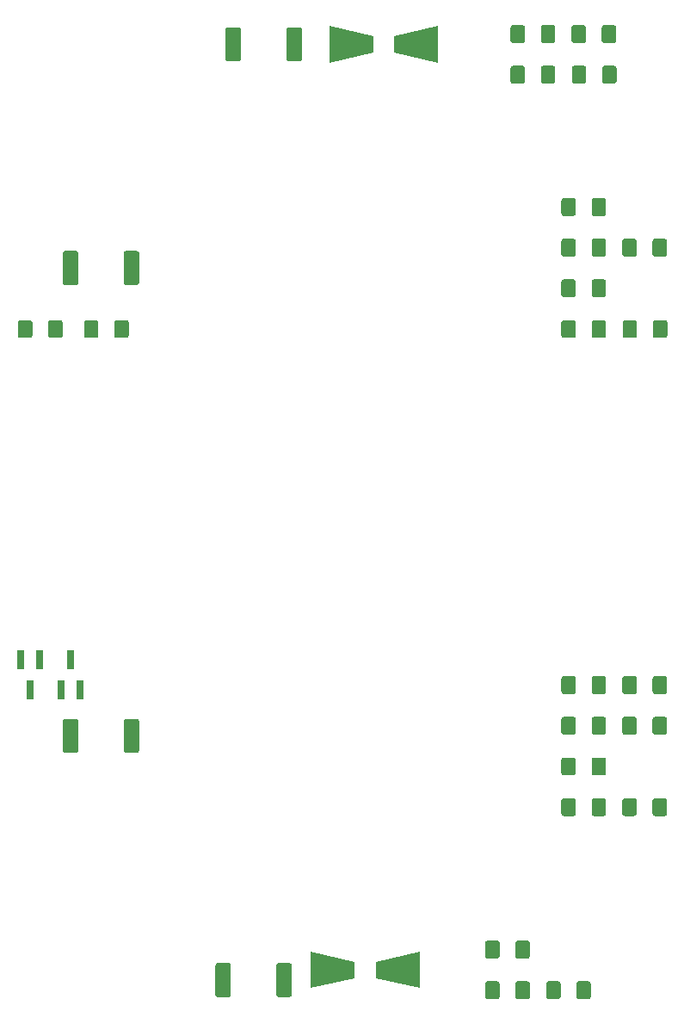
<source format=gbr>
G04 #@! TF.GenerationSoftware,KiCad,Pcbnew,(5.1.5)-3*
G04 #@! TF.CreationDate,2020-06-20T22:53:25+02:00*
G04 #@! TF.ProjectId,Tester,54657374-6572-42e6-9b69-6361645f7063,rev?*
G04 #@! TF.SameCoordinates,Original*
G04 #@! TF.FileFunction,Paste,Top*
G04 #@! TF.FilePolarity,Positive*
%FSLAX46Y46*%
G04 Gerber Fmt 4.6, Leading zero omitted, Abs format (unit mm)*
G04 Created by KiCad (PCBNEW (5.1.5)-3) date 2020-06-20 22:53:25*
%MOMM*%
%LPD*%
G04 APERTURE LIST*
%ADD10C,0.100000*%
%ADD11R,0.800000X1.900000*%
G04 APERTURE END LIST*
D10*
G36*
X98650000Y-156800000D02*
G01*
X98650000Y-153200000D01*
X102950000Y-154200000D01*
X102950000Y-155800000D01*
X98650000Y-156800000D01*
G37*
G36*
X109350000Y-153200000D02*
G01*
X109350000Y-156800000D01*
X105050000Y-155800000D01*
X105050000Y-154200000D01*
X109350000Y-153200000D01*
G37*
G36*
X111150000Y-62200000D02*
G01*
X111150000Y-65800000D01*
X106850000Y-64800000D01*
X106850000Y-63200000D01*
X111150000Y-62200000D01*
G37*
G36*
X100450000Y-65800000D02*
G01*
X100450000Y-62200000D01*
X104750000Y-63200000D01*
X104750000Y-64800000D01*
X100450000Y-65800000D01*
G37*
G36*
X96524505Y-154326204D02*
G01*
X96548773Y-154329804D01*
X96572572Y-154335765D01*
X96595671Y-154344030D01*
X96617850Y-154354520D01*
X96638893Y-154367132D01*
X96658599Y-154381747D01*
X96676777Y-154398223D01*
X96693253Y-154416401D01*
X96707868Y-154436107D01*
X96720480Y-154457150D01*
X96730970Y-154479329D01*
X96739235Y-154502428D01*
X96745196Y-154526227D01*
X96748796Y-154550495D01*
X96750000Y-154574999D01*
X96750000Y-157425001D01*
X96748796Y-157449505D01*
X96745196Y-157473773D01*
X96739235Y-157497572D01*
X96730970Y-157520671D01*
X96720480Y-157542850D01*
X96707868Y-157563893D01*
X96693253Y-157583599D01*
X96676777Y-157601777D01*
X96658599Y-157618253D01*
X96638893Y-157632868D01*
X96617850Y-157645480D01*
X96595671Y-157655970D01*
X96572572Y-157664235D01*
X96548773Y-157670196D01*
X96524505Y-157673796D01*
X96500001Y-157675000D01*
X95474999Y-157675000D01*
X95450495Y-157673796D01*
X95426227Y-157670196D01*
X95402428Y-157664235D01*
X95379329Y-157655970D01*
X95357150Y-157645480D01*
X95336107Y-157632868D01*
X95316401Y-157618253D01*
X95298223Y-157601777D01*
X95281747Y-157583599D01*
X95267132Y-157563893D01*
X95254520Y-157542850D01*
X95244030Y-157520671D01*
X95235765Y-157497572D01*
X95229804Y-157473773D01*
X95226204Y-157449505D01*
X95225000Y-157425001D01*
X95225000Y-154574999D01*
X95226204Y-154550495D01*
X95229804Y-154526227D01*
X95235765Y-154502428D01*
X95244030Y-154479329D01*
X95254520Y-154457150D01*
X95267132Y-154436107D01*
X95281747Y-154416401D01*
X95298223Y-154398223D01*
X95316401Y-154381747D01*
X95336107Y-154367132D01*
X95357150Y-154354520D01*
X95379329Y-154344030D01*
X95402428Y-154335765D01*
X95426227Y-154329804D01*
X95450495Y-154326204D01*
X95474999Y-154325000D01*
X96500001Y-154325000D01*
X96524505Y-154326204D01*
G37*
G36*
X90549505Y-154326204D02*
G01*
X90573773Y-154329804D01*
X90597572Y-154335765D01*
X90620671Y-154344030D01*
X90642850Y-154354520D01*
X90663893Y-154367132D01*
X90683599Y-154381747D01*
X90701777Y-154398223D01*
X90718253Y-154416401D01*
X90732868Y-154436107D01*
X90745480Y-154457150D01*
X90755970Y-154479329D01*
X90764235Y-154502428D01*
X90770196Y-154526227D01*
X90773796Y-154550495D01*
X90775000Y-154574999D01*
X90775000Y-157425001D01*
X90773796Y-157449505D01*
X90770196Y-157473773D01*
X90764235Y-157497572D01*
X90755970Y-157520671D01*
X90745480Y-157542850D01*
X90732868Y-157563893D01*
X90718253Y-157583599D01*
X90701777Y-157601777D01*
X90683599Y-157618253D01*
X90663893Y-157632868D01*
X90642850Y-157645480D01*
X90620671Y-157655970D01*
X90597572Y-157664235D01*
X90573773Y-157670196D01*
X90549505Y-157673796D01*
X90525001Y-157675000D01*
X89499999Y-157675000D01*
X89475495Y-157673796D01*
X89451227Y-157670196D01*
X89427428Y-157664235D01*
X89404329Y-157655970D01*
X89382150Y-157645480D01*
X89361107Y-157632868D01*
X89341401Y-157618253D01*
X89323223Y-157601777D01*
X89306747Y-157583599D01*
X89292132Y-157563893D01*
X89279520Y-157542850D01*
X89269030Y-157520671D01*
X89260765Y-157497572D01*
X89254804Y-157473773D01*
X89251204Y-157449505D01*
X89250000Y-157425001D01*
X89250000Y-154574999D01*
X89251204Y-154550495D01*
X89254804Y-154526227D01*
X89260765Y-154502428D01*
X89269030Y-154479329D01*
X89279520Y-154457150D01*
X89292132Y-154436107D01*
X89306747Y-154416401D01*
X89323223Y-154398223D01*
X89341401Y-154381747D01*
X89361107Y-154367132D01*
X89382150Y-154354520D01*
X89404329Y-154344030D01*
X89427428Y-154335765D01*
X89451227Y-154329804D01*
X89475495Y-154326204D01*
X89499999Y-154325000D01*
X90525001Y-154325000D01*
X90549505Y-154326204D01*
G37*
G36*
X97524505Y-62326204D02*
G01*
X97548773Y-62329804D01*
X97572572Y-62335765D01*
X97595671Y-62344030D01*
X97617850Y-62354520D01*
X97638893Y-62367132D01*
X97658599Y-62381747D01*
X97676777Y-62398223D01*
X97693253Y-62416401D01*
X97707868Y-62436107D01*
X97720480Y-62457150D01*
X97730970Y-62479329D01*
X97739235Y-62502428D01*
X97745196Y-62526227D01*
X97748796Y-62550495D01*
X97750000Y-62574999D01*
X97750000Y-65425001D01*
X97748796Y-65449505D01*
X97745196Y-65473773D01*
X97739235Y-65497572D01*
X97730970Y-65520671D01*
X97720480Y-65542850D01*
X97707868Y-65563893D01*
X97693253Y-65583599D01*
X97676777Y-65601777D01*
X97658599Y-65618253D01*
X97638893Y-65632868D01*
X97617850Y-65645480D01*
X97595671Y-65655970D01*
X97572572Y-65664235D01*
X97548773Y-65670196D01*
X97524505Y-65673796D01*
X97500001Y-65675000D01*
X96474999Y-65675000D01*
X96450495Y-65673796D01*
X96426227Y-65670196D01*
X96402428Y-65664235D01*
X96379329Y-65655970D01*
X96357150Y-65645480D01*
X96336107Y-65632868D01*
X96316401Y-65618253D01*
X96298223Y-65601777D01*
X96281747Y-65583599D01*
X96267132Y-65563893D01*
X96254520Y-65542850D01*
X96244030Y-65520671D01*
X96235765Y-65497572D01*
X96229804Y-65473773D01*
X96226204Y-65449505D01*
X96225000Y-65425001D01*
X96225000Y-62574999D01*
X96226204Y-62550495D01*
X96229804Y-62526227D01*
X96235765Y-62502428D01*
X96244030Y-62479329D01*
X96254520Y-62457150D01*
X96267132Y-62436107D01*
X96281747Y-62416401D01*
X96298223Y-62398223D01*
X96316401Y-62381747D01*
X96336107Y-62367132D01*
X96357150Y-62354520D01*
X96379329Y-62344030D01*
X96402428Y-62335765D01*
X96426227Y-62329804D01*
X96450495Y-62326204D01*
X96474999Y-62325000D01*
X97500001Y-62325000D01*
X97524505Y-62326204D01*
G37*
G36*
X91549505Y-62326204D02*
G01*
X91573773Y-62329804D01*
X91597572Y-62335765D01*
X91620671Y-62344030D01*
X91642850Y-62354520D01*
X91663893Y-62367132D01*
X91683599Y-62381747D01*
X91701777Y-62398223D01*
X91718253Y-62416401D01*
X91732868Y-62436107D01*
X91745480Y-62457150D01*
X91755970Y-62479329D01*
X91764235Y-62502428D01*
X91770196Y-62526227D01*
X91773796Y-62550495D01*
X91775000Y-62574999D01*
X91775000Y-65425001D01*
X91773796Y-65449505D01*
X91770196Y-65473773D01*
X91764235Y-65497572D01*
X91755970Y-65520671D01*
X91745480Y-65542850D01*
X91732868Y-65563893D01*
X91718253Y-65583599D01*
X91701777Y-65601777D01*
X91683599Y-65618253D01*
X91663893Y-65632868D01*
X91642850Y-65645480D01*
X91620671Y-65655970D01*
X91597572Y-65664235D01*
X91573773Y-65670196D01*
X91549505Y-65673796D01*
X91525001Y-65675000D01*
X90499999Y-65675000D01*
X90475495Y-65673796D01*
X90451227Y-65670196D01*
X90427428Y-65664235D01*
X90404329Y-65655970D01*
X90382150Y-65645480D01*
X90361107Y-65632868D01*
X90341401Y-65618253D01*
X90323223Y-65601777D01*
X90306747Y-65583599D01*
X90292132Y-65563893D01*
X90279520Y-65542850D01*
X90269030Y-65520671D01*
X90260765Y-65497572D01*
X90254804Y-65473773D01*
X90251204Y-65449505D01*
X90250000Y-65425001D01*
X90250000Y-62574999D01*
X90251204Y-62550495D01*
X90254804Y-62526227D01*
X90260765Y-62502428D01*
X90269030Y-62479329D01*
X90279520Y-62457150D01*
X90292132Y-62436107D01*
X90306747Y-62416401D01*
X90323223Y-62398223D01*
X90341401Y-62381747D01*
X90361107Y-62367132D01*
X90382150Y-62354520D01*
X90404329Y-62344030D01*
X90427428Y-62335765D01*
X90451227Y-62329804D01*
X90475495Y-62326204D01*
X90499999Y-62325000D01*
X91525001Y-62325000D01*
X91549505Y-62326204D01*
G37*
G36*
X81512005Y-84326204D02*
G01*
X81536273Y-84329804D01*
X81560072Y-84335765D01*
X81583171Y-84344030D01*
X81605350Y-84354520D01*
X81626393Y-84367132D01*
X81646099Y-84381747D01*
X81664277Y-84398223D01*
X81680753Y-84416401D01*
X81695368Y-84436107D01*
X81707980Y-84457150D01*
X81718470Y-84479329D01*
X81726735Y-84502428D01*
X81732696Y-84526227D01*
X81736296Y-84550495D01*
X81737500Y-84574999D01*
X81737500Y-87425001D01*
X81736296Y-87449505D01*
X81732696Y-87473773D01*
X81726735Y-87497572D01*
X81718470Y-87520671D01*
X81707980Y-87542850D01*
X81695368Y-87563893D01*
X81680753Y-87583599D01*
X81664277Y-87601777D01*
X81646099Y-87618253D01*
X81626393Y-87632868D01*
X81605350Y-87645480D01*
X81583171Y-87655970D01*
X81560072Y-87664235D01*
X81536273Y-87670196D01*
X81512005Y-87673796D01*
X81487501Y-87675000D01*
X80462499Y-87675000D01*
X80437995Y-87673796D01*
X80413727Y-87670196D01*
X80389928Y-87664235D01*
X80366829Y-87655970D01*
X80344650Y-87645480D01*
X80323607Y-87632868D01*
X80303901Y-87618253D01*
X80285723Y-87601777D01*
X80269247Y-87583599D01*
X80254632Y-87563893D01*
X80242020Y-87542850D01*
X80231530Y-87520671D01*
X80223265Y-87497572D01*
X80217304Y-87473773D01*
X80213704Y-87449505D01*
X80212500Y-87425001D01*
X80212500Y-84574999D01*
X80213704Y-84550495D01*
X80217304Y-84526227D01*
X80223265Y-84502428D01*
X80231530Y-84479329D01*
X80242020Y-84457150D01*
X80254632Y-84436107D01*
X80269247Y-84416401D01*
X80285723Y-84398223D01*
X80303901Y-84381747D01*
X80323607Y-84367132D01*
X80344650Y-84354520D01*
X80366829Y-84344030D01*
X80389928Y-84335765D01*
X80413727Y-84329804D01*
X80437995Y-84326204D01*
X80462499Y-84325000D01*
X81487501Y-84325000D01*
X81512005Y-84326204D01*
G37*
G36*
X75537005Y-84326204D02*
G01*
X75561273Y-84329804D01*
X75585072Y-84335765D01*
X75608171Y-84344030D01*
X75630350Y-84354520D01*
X75651393Y-84367132D01*
X75671099Y-84381747D01*
X75689277Y-84398223D01*
X75705753Y-84416401D01*
X75720368Y-84436107D01*
X75732980Y-84457150D01*
X75743470Y-84479329D01*
X75751735Y-84502428D01*
X75757696Y-84526227D01*
X75761296Y-84550495D01*
X75762500Y-84574999D01*
X75762500Y-87425001D01*
X75761296Y-87449505D01*
X75757696Y-87473773D01*
X75751735Y-87497572D01*
X75743470Y-87520671D01*
X75732980Y-87542850D01*
X75720368Y-87563893D01*
X75705753Y-87583599D01*
X75689277Y-87601777D01*
X75671099Y-87618253D01*
X75651393Y-87632868D01*
X75630350Y-87645480D01*
X75608171Y-87655970D01*
X75585072Y-87664235D01*
X75561273Y-87670196D01*
X75537005Y-87673796D01*
X75512501Y-87675000D01*
X74487499Y-87675000D01*
X74462995Y-87673796D01*
X74438727Y-87670196D01*
X74414928Y-87664235D01*
X74391829Y-87655970D01*
X74369650Y-87645480D01*
X74348607Y-87632868D01*
X74328901Y-87618253D01*
X74310723Y-87601777D01*
X74294247Y-87583599D01*
X74279632Y-87563893D01*
X74267020Y-87542850D01*
X74256530Y-87520671D01*
X74248265Y-87497572D01*
X74242304Y-87473773D01*
X74238704Y-87449505D01*
X74237500Y-87425001D01*
X74237500Y-84574999D01*
X74238704Y-84550495D01*
X74242304Y-84526227D01*
X74248265Y-84502428D01*
X74256530Y-84479329D01*
X74267020Y-84457150D01*
X74279632Y-84436107D01*
X74294247Y-84416401D01*
X74310723Y-84398223D01*
X74328901Y-84381747D01*
X74348607Y-84367132D01*
X74369650Y-84354520D01*
X74391829Y-84344030D01*
X74414928Y-84335765D01*
X74438727Y-84329804D01*
X74462995Y-84326204D01*
X74487499Y-84325000D01*
X75512501Y-84325000D01*
X75537005Y-84326204D01*
G37*
G36*
X81512005Y-130326204D02*
G01*
X81536273Y-130329804D01*
X81560072Y-130335765D01*
X81583171Y-130344030D01*
X81605350Y-130354520D01*
X81626393Y-130367132D01*
X81646099Y-130381747D01*
X81664277Y-130398223D01*
X81680753Y-130416401D01*
X81695368Y-130436107D01*
X81707980Y-130457150D01*
X81718470Y-130479329D01*
X81726735Y-130502428D01*
X81732696Y-130526227D01*
X81736296Y-130550495D01*
X81737500Y-130574999D01*
X81737500Y-133425001D01*
X81736296Y-133449505D01*
X81732696Y-133473773D01*
X81726735Y-133497572D01*
X81718470Y-133520671D01*
X81707980Y-133542850D01*
X81695368Y-133563893D01*
X81680753Y-133583599D01*
X81664277Y-133601777D01*
X81646099Y-133618253D01*
X81626393Y-133632868D01*
X81605350Y-133645480D01*
X81583171Y-133655970D01*
X81560072Y-133664235D01*
X81536273Y-133670196D01*
X81512005Y-133673796D01*
X81487501Y-133675000D01*
X80462499Y-133675000D01*
X80437995Y-133673796D01*
X80413727Y-133670196D01*
X80389928Y-133664235D01*
X80366829Y-133655970D01*
X80344650Y-133645480D01*
X80323607Y-133632868D01*
X80303901Y-133618253D01*
X80285723Y-133601777D01*
X80269247Y-133583599D01*
X80254632Y-133563893D01*
X80242020Y-133542850D01*
X80231530Y-133520671D01*
X80223265Y-133497572D01*
X80217304Y-133473773D01*
X80213704Y-133449505D01*
X80212500Y-133425001D01*
X80212500Y-130574999D01*
X80213704Y-130550495D01*
X80217304Y-130526227D01*
X80223265Y-130502428D01*
X80231530Y-130479329D01*
X80242020Y-130457150D01*
X80254632Y-130436107D01*
X80269247Y-130416401D01*
X80285723Y-130398223D01*
X80303901Y-130381747D01*
X80323607Y-130367132D01*
X80344650Y-130354520D01*
X80366829Y-130344030D01*
X80389928Y-130335765D01*
X80413727Y-130329804D01*
X80437995Y-130326204D01*
X80462499Y-130325000D01*
X81487501Y-130325000D01*
X81512005Y-130326204D01*
G37*
G36*
X75537005Y-130326204D02*
G01*
X75561273Y-130329804D01*
X75585072Y-130335765D01*
X75608171Y-130344030D01*
X75630350Y-130354520D01*
X75651393Y-130367132D01*
X75671099Y-130381747D01*
X75689277Y-130398223D01*
X75705753Y-130416401D01*
X75720368Y-130436107D01*
X75732980Y-130457150D01*
X75743470Y-130479329D01*
X75751735Y-130502428D01*
X75757696Y-130526227D01*
X75761296Y-130550495D01*
X75762500Y-130574999D01*
X75762500Y-133425001D01*
X75761296Y-133449505D01*
X75757696Y-133473773D01*
X75751735Y-133497572D01*
X75743470Y-133520671D01*
X75732980Y-133542850D01*
X75720368Y-133563893D01*
X75705753Y-133583599D01*
X75689277Y-133601777D01*
X75671099Y-133618253D01*
X75651393Y-133632868D01*
X75630350Y-133645480D01*
X75608171Y-133655970D01*
X75585072Y-133664235D01*
X75561273Y-133670196D01*
X75537005Y-133673796D01*
X75512501Y-133675000D01*
X74487499Y-133675000D01*
X74462995Y-133673796D01*
X74438727Y-133670196D01*
X74414928Y-133664235D01*
X74391829Y-133655970D01*
X74369650Y-133645480D01*
X74348607Y-133632868D01*
X74328901Y-133618253D01*
X74310723Y-133601777D01*
X74294247Y-133583599D01*
X74279632Y-133563893D01*
X74267020Y-133542850D01*
X74256530Y-133520671D01*
X74248265Y-133497572D01*
X74242304Y-133473773D01*
X74238704Y-133449505D01*
X74237500Y-133425001D01*
X74237500Y-130574999D01*
X74238704Y-130550495D01*
X74242304Y-130526227D01*
X74248265Y-130502428D01*
X74256530Y-130479329D01*
X74267020Y-130457150D01*
X74279632Y-130436107D01*
X74294247Y-130416401D01*
X74310723Y-130398223D01*
X74328901Y-130381747D01*
X74348607Y-130367132D01*
X74369650Y-130354520D01*
X74391829Y-130344030D01*
X74414928Y-130335765D01*
X74438727Y-130329804D01*
X74462995Y-130326204D01*
X74487499Y-130325000D01*
X75512501Y-130325000D01*
X75537005Y-130326204D01*
G37*
G36*
X73974504Y-91126204D02*
G01*
X73998773Y-91129804D01*
X74022571Y-91135765D01*
X74045671Y-91144030D01*
X74067849Y-91154520D01*
X74088893Y-91167133D01*
X74108598Y-91181747D01*
X74126777Y-91198223D01*
X74143253Y-91216402D01*
X74157867Y-91236107D01*
X74170480Y-91257151D01*
X74180970Y-91279329D01*
X74189235Y-91302429D01*
X74195196Y-91326227D01*
X74198796Y-91350496D01*
X74200000Y-91375000D01*
X74200000Y-92625000D01*
X74198796Y-92649504D01*
X74195196Y-92673773D01*
X74189235Y-92697571D01*
X74180970Y-92720671D01*
X74170480Y-92742849D01*
X74157867Y-92763893D01*
X74143253Y-92783598D01*
X74126777Y-92801777D01*
X74108598Y-92818253D01*
X74088893Y-92832867D01*
X74067849Y-92845480D01*
X74045671Y-92855970D01*
X74022571Y-92864235D01*
X73998773Y-92870196D01*
X73974504Y-92873796D01*
X73950000Y-92875000D01*
X73025000Y-92875000D01*
X73000496Y-92873796D01*
X72976227Y-92870196D01*
X72952429Y-92864235D01*
X72929329Y-92855970D01*
X72907151Y-92845480D01*
X72886107Y-92832867D01*
X72866402Y-92818253D01*
X72848223Y-92801777D01*
X72831747Y-92783598D01*
X72817133Y-92763893D01*
X72804520Y-92742849D01*
X72794030Y-92720671D01*
X72785765Y-92697571D01*
X72779804Y-92673773D01*
X72776204Y-92649504D01*
X72775000Y-92625000D01*
X72775000Y-91375000D01*
X72776204Y-91350496D01*
X72779804Y-91326227D01*
X72785765Y-91302429D01*
X72794030Y-91279329D01*
X72804520Y-91257151D01*
X72817133Y-91236107D01*
X72831747Y-91216402D01*
X72848223Y-91198223D01*
X72866402Y-91181747D01*
X72886107Y-91167133D01*
X72907151Y-91154520D01*
X72929329Y-91144030D01*
X72952429Y-91135765D01*
X72976227Y-91129804D01*
X73000496Y-91126204D01*
X73025000Y-91125000D01*
X73950000Y-91125000D01*
X73974504Y-91126204D01*
G37*
G36*
X70999504Y-91126204D02*
G01*
X71023773Y-91129804D01*
X71047571Y-91135765D01*
X71070671Y-91144030D01*
X71092849Y-91154520D01*
X71113893Y-91167133D01*
X71133598Y-91181747D01*
X71151777Y-91198223D01*
X71168253Y-91216402D01*
X71182867Y-91236107D01*
X71195480Y-91257151D01*
X71205970Y-91279329D01*
X71214235Y-91302429D01*
X71220196Y-91326227D01*
X71223796Y-91350496D01*
X71225000Y-91375000D01*
X71225000Y-92625000D01*
X71223796Y-92649504D01*
X71220196Y-92673773D01*
X71214235Y-92697571D01*
X71205970Y-92720671D01*
X71195480Y-92742849D01*
X71182867Y-92763893D01*
X71168253Y-92783598D01*
X71151777Y-92801777D01*
X71133598Y-92818253D01*
X71113893Y-92832867D01*
X71092849Y-92845480D01*
X71070671Y-92855970D01*
X71047571Y-92864235D01*
X71023773Y-92870196D01*
X70999504Y-92873796D01*
X70975000Y-92875000D01*
X70050000Y-92875000D01*
X70025496Y-92873796D01*
X70001227Y-92870196D01*
X69977429Y-92864235D01*
X69954329Y-92855970D01*
X69932151Y-92845480D01*
X69911107Y-92832867D01*
X69891402Y-92818253D01*
X69873223Y-92801777D01*
X69856747Y-92783598D01*
X69842133Y-92763893D01*
X69829520Y-92742849D01*
X69819030Y-92720671D01*
X69810765Y-92697571D01*
X69804804Y-92673773D01*
X69801204Y-92649504D01*
X69800000Y-92625000D01*
X69800000Y-91375000D01*
X69801204Y-91350496D01*
X69804804Y-91326227D01*
X69810765Y-91302429D01*
X69819030Y-91279329D01*
X69829520Y-91257151D01*
X69842133Y-91236107D01*
X69856747Y-91216402D01*
X69873223Y-91198223D01*
X69891402Y-91181747D01*
X69911107Y-91167133D01*
X69932151Y-91154520D01*
X69954329Y-91144030D01*
X69977429Y-91135765D01*
X70001227Y-91129804D01*
X70025496Y-91126204D01*
X70050000Y-91125000D01*
X70975000Y-91125000D01*
X70999504Y-91126204D01*
G37*
G36*
X80487004Y-91126204D02*
G01*
X80511273Y-91129804D01*
X80535071Y-91135765D01*
X80558171Y-91144030D01*
X80580349Y-91154520D01*
X80601393Y-91167133D01*
X80621098Y-91181747D01*
X80639277Y-91198223D01*
X80655753Y-91216402D01*
X80670367Y-91236107D01*
X80682980Y-91257151D01*
X80693470Y-91279329D01*
X80701735Y-91302429D01*
X80707696Y-91326227D01*
X80711296Y-91350496D01*
X80712500Y-91375000D01*
X80712500Y-92625000D01*
X80711296Y-92649504D01*
X80707696Y-92673773D01*
X80701735Y-92697571D01*
X80693470Y-92720671D01*
X80682980Y-92742849D01*
X80670367Y-92763893D01*
X80655753Y-92783598D01*
X80639277Y-92801777D01*
X80621098Y-92818253D01*
X80601393Y-92832867D01*
X80580349Y-92845480D01*
X80558171Y-92855970D01*
X80535071Y-92864235D01*
X80511273Y-92870196D01*
X80487004Y-92873796D01*
X80462500Y-92875000D01*
X79537500Y-92875000D01*
X79512996Y-92873796D01*
X79488727Y-92870196D01*
X79464929Y-92864235D01*
X79441829Y-92855970D01*
X79419651Y-92845480D01*
X79398607Y-92832867D01*
X79378902Y-92818253D01*
X79360723Y-92801777D01*
X79344247Y-92783598D01*
X79329633Y-92763893D01*
X79317020Y-92742849D01*
X79306530Y-92720671D01*
X79298265Y-92697571D01*
X79292304Y-92673773D01*
X79288704Y-92649504D01*
X79287500Y-92625000D01*
X79287500Y-91375000D01*
X79288704Y-91350496D01*
X79292304Y-91326227D01*
X79298265Y-91302429D01*
X79306530Y-91279329D01*
X79317020Y-91257151D01*
X79329633Y-91236107D01*
X79344247Y-91216402D01*
X79360723Y-91198223D01*
X79378902Y-91181747D01*
X79398607Y-91167133D01*
X79419651Y-91154520D01*
X79441829Y-91144030D01*
X79464929Y-91135765D01*
X79488727Y-91129804D01*
X79512996Y-91126204D01*
X79537500Y-91125000D01*
X80462500Y-91125000D01*
X80487004Y-91126204D01*
G37*
G36*
X77512004Y-91126204D02*
G01*
X77536273Y-91129804D01*
X77560071Y-91135765D01*
X77583171Y-91144030D01*
X77605349Y-91154520D01*
X77626393Y-91167133D01*
X77646098Y-91181747D01*
X77664277Y-91198223D01*
X77680753Y-91216402D01*
X77695367Y-91236107D01*
X77707980Y-91257151D01*
X77718470Y-91279329D01*
X77726735Y-91302429D01*
X77732696Y-91326227D01*
X77736296Y-91350496D01*
X77737500Y-91375000D01*
X77737500Y-92625000D01*
X77736296Y-92649504D01*
X77732696Y-92673773D01*
X77726735Y-92697571D01*
X77718470Y-92720671D01*
X77707980Y-92742849D01*
X77695367Y-92763893D01*
X77680753Y-92783598D01*
X77664277Y-92801777D01*
X77646098Y-92818253D01*
X77626393Y-92832867D01*
X77605349Y-92845480D01*
X77583171Y-92855970D01*
X77560071Y-92864235D01*
X77536273Y-92870196D01*
X77512004Y-92873796D01*
X77487500Y-92875000D01*
X76562500Y-92875000D01*
X76537996Y-92873796D01*
X76513727Y-92870196D01*
X76489929Y-92864235D01*
X76466829Y-92855970D01*
X76444651Y-92845480D01*
X76423607Y-92832867D01*
X76403902Y-92818253D01*
X76385723Y-92801777D01*
X76369247Y-92783598D01*
X76354633Y-92763893D01*
X76342020Y-92742849D01*
X76331530Y-92720671D01*
X76323265Y-92697571D01*
X76317304Y-92673773D01*
X76313704Y-92649504D01*
X76312500Y-92625000D01*
X76312500Y-91375000D01*
X76313704Y-91350496D01*
X76317304Y-91326227D01*
X76323265Y-91302429D01*
X76331530Y-91279329D01*
X76342020Y-91257151D01*
X76354633Y-91236107D01*
X76369247Y-91216402D01*
X76385723Y-91198223D01*
X76403902Y-91181747D01*
X76423607Y-91167133D01*
X76444651Y-91154520D01*
X76466829Y-91144030D01*
X76489929Y-91135765D01*
X76513727Y-91129804D01*
X76537996Y-91126204D01*
X76562500Y-91125000D01*
X77487500Y-91125000D01*
X77512004Y-91126204D01*
G37*
G36*
X124487004Y-130126204D02*
G01*
X124511273Y-130129804D01*
X124535071Y-130135765D01*
X124558171Y-130144030D01*
X124580349Y-130154520D01*
X124601393Y-130167133D01*
X124621098Y-130181747D01*
X124639277Y-130198223D01*
X124655753Y-130216402D01*
X124670367Y-130236107D01*
X124682980Y-130257151D01*
X124693470Y-130279329D01*
X124701735Y-130302429D01*
X124707696Y-130326227D01*
X124711296Y-130350496D01*
X124712500Y-130375000D01*
X124712500Y-131625000D01*
X124711296Y-131649504D01*
X124707696Y-131673773D01*
X124701735Y-131697571D01*
X124693470Y-131720671D01*
X124682980Y-131742849D01*
X124670367Y-131763893D01*
X124655753Y-131783598D01*
X124639277Y-131801777D01*
X124621098Y-131818253D01*
X124601393Y-131832867D01*
X124580349Y-131845480D01*
X124558171Y-131855970D01*
X124535071Y-131864235D01*
X124511273Y-131870196D01*
X124487004Y-131873796D01*
X124462500Y-131875000D01*
X123537500Y-131875000D01*
X123512996Y-131873796D01*
X123488727Y-131870196D01*
X123464929Y-131864235D01*
X123441829Y-131855970D01*
X123419651Y-131845480D01*
X123398607Y-131832867D01*
X123378902Y-131818253D01*
X123360723Y-131801777D01*
X123344247Y-131783598D01*
X123329633Y-131763893D01*
X123317020Y-131742849D01*
X123306530Y-131720671D01*
X123298265Y-131697571D01*
X123292304Y-131673773D01*
X123288704Y-131649504D01*
X123287500Y-131625000D01*
X123287500Y-130375000D01*
X123288704Y-130350496D01*
X123292304Y-130326227D01*
X123298265Y-130302429D01*
X123306530Y-130279329D01*
X123317020Y-130257151D01*
X123329633Y-130236107D01*
X123344247Y-130216402D01*
X123360723Y-130198223D01*
X123378902Y-130181747D01*
X123398607Y-130167133D01*
X123419651Y-130154520D01*
X123441829Y-130144030D01*
X123464929Y-130135765D01*
X123488727Y-130129804D01*
X123512996Y-130126204D01*
X123537500Y-130125000D01*
X124462500Y-130125000D01*
X124487004Y-130126204D01*
G37*
G36*
X127462004Y-130126204D02*
G01*
X127486273Y-130129804D01*
X127510071Y-130135765D01*
X127533171Y-130144030D01*
X127555349Y-130154520D01*
X127576393Y-130167133D01*
X127596098Y-130181747D01*
X127614277Y-130198223D01*
X127630753Y-130216402D01*
X127645367Y-130236107D01*
X127657980Y-130257151D01*
X127668470Y-130279329D01*
X127676735Y-130302429D01*
X127682696Y-130326227D01*
X127686296Y-130350496D01*
X127687500Y-130375000D01*
X127687500Y-131625000D01*
X127686296Y-131649504D01*
X127682696Y-131673773D01*
X127676735Y-131697571D01*
X127668470Y-131720671D01*
X127657980Y-131742849D01*
X127645367Y-131763893D01*
X127630753Y-131783598D01*
X127614277Y-131801777D01*
X127596098Y-131818253D01*
X127576393Y-131832867D01*
X127555349Y-131845480D01*
X127533171Y-131855970D01*
X127510071Y-131864235D01*
X127486273Y-131870196D01*
X127462004Y-131873796D01*
X127437500Y-131875000D01*
X126512500Y-131875000D01*
X126487996Y-131873796D01*
X126463727Y-131870196D01*
X126439929Y-131864235D01*
X126416829Y-131855970D01*
X126394651Y-131845480D01*
X126373607Y-131832867D01*
X126353902Y-131818253D01*
X126335723Y-131801777D01*
X126319247Y-131783598D01*
X126304633Y-131763893D01*
X126292020Y-131742849D01*
X126281530Y-131720671D01*
X126273265Y-131697571D01*
X126267304Y-131673773D01*
X126263704Y-131649504D01*
X126262500Y-131625000D01*
X126262500Y-130375000D01*
X126263704Y-130350496D01*
X126267304Y-130326227D01*
X126273265Y-130302429D01*
X126281530Y-130279329D01*
X126292020Y-130257151D01*
X126304633Y-130236107D01*
X126319247Y-130216402D01*
X126335723Y-130198223D01*
X126353902Y-130181747D01*
X126373607Y-130167133D01*
X126394651Y-130154520D01*
X126416829Y-130144030D01*
X126439929Y-130135765D01*
X126463727Y-130129804D01*
X126487996Y-130126204D01*
X126512500Y-130125000D01*
X127437500Y-130125000D01*
X127462004Y-130126204D01*
G37*
G36*
X119487004Y-66126204D02*
G01*
X119511273Y-66129804D01*
X119535071Y-66135765D01*
X119558171Y-66144030D01*
X119580349Y-66154520D01*
X119601393Y-66167133D01*
X119621098Y-66181747D01*
X119639277Y-66198223D01*
X119655753Y-66216402D01*
X119670367Y-66236107D01*
X119682980Y-66257151D01*
X119693470Y-66279329D01*
X119701735Y-66302429D01*
X119707696Y-66326227D01*
X119711296Y-66350496D01*
X119712500Y-66375000D01*
X119712500Y-67625000D01*
X119711296Y-67649504D01*
X119707696Y-67673773D01*
X119701735Y-67697571D01*
X119693470Y-67720671D01*
X119682980Y-67742849D01*
X119670367Y-67763893D01*
X119655753Y-67783598D01*
X119639277Y-67801777D01*
X119621098Y-67818253D01*
X119601393Y-67832867D01*
X119580349Y-67845480D01*
X119558171Y-67855970D01*
X119535071Y-67864235D01*
X119511273Y-67870196D01*
X119487004Y-67873796D01*
X119462500Y-67875000D01*
X118537500Y-67875000D01*
X118512996Y-67873796D01*
X118488727Y-67870196D01*
X118464929Y-67864235D01*
X118441829Y-67855970D01*
X118419651Y-67845480D01*
X118398607Y-67832867D01*
X118378902Y-67818253D01*
X118360723Y-67801777D01*
X118344247Y-67783598D01*
X118329633Y-67763893D01*
X118317020Y-67742849D01*
X118306530Y-67720671D01*
X118298265Y-67697571D01*
X118292304Y-67673773D01*
X118288704Y-67649504D01*
X118287500Y-67625000D01*
X118287500Y-66375000D01*
X118288704Y-66350496D01*
X118292304Y-66326227D01*
X118298265Y-66302429D01*
X118306530Y-66279329D01*
X118317020Y-66257151D01*
X118329633Y-66236107D01*
X118344247Y-66216402D01*
X118360723Y-66198223D01*
X118378902Y-66181747D01*
X118398607Y-66167133D01*
X118419651Y-66154520D01*
X118441829Y-66144030D01*
X118464929Y-66135765D01*
X118488727Y-66129804D01*
X118512996Y-66126204D01*
X118537500Y-66125000D01*
X119462500Y-66125000D01*
X119487004Y-66126204D01*
G37*
G36*
X122462004Y-66126204D02*
G01*
X122486273Y-66129804D01*
X122510071Y-66135765D01*
X122533171Y-66144030D01*
X122555349Y-66154520D01*
X122576393Y-66167133D01*
X122596098Y-66181747D01*
X122614277Y-66198223D01*
X122630753Y-66216402D01*
X122645367Y-66236107D01*
X122657980Y-66257151D01*
X122668470Y-66279329D01*
X122676735Y-66302429D01*
X122682696Y-66326227D01*
X122686296Y-66350496D01*
X122687500Y-66375000D01*
X122687500Y-67625000D01*
X122686296Y-67649504D01*
X122682696Y-67673773D01*
X122676735Y-67697571D01*
X122668470Y-67720671D01*
X122657980Y-67742849D01*
X122645367Y-67763893D01*
X122630753Y-67783598D01*
X122614277Y-67801777D01*
X122596098Y-67818253D01*
X122576393Y-67832867D01*
X122555349Y-67845480D01*
X122533171Y-67855970D01*
X122510071Y-67864235D01*
X122486273Y-67870196D01*
X122462004Y-67873796D01*
X122437500Y-67875000D01*
X121512500Y-67875000D01*
X121487996Y-67873796D01*
X121463727Y-67870196D01*
X121439929Y-67864235D01*
X121416829Y-67855970D01*
X121394651Y-67845480D01*
X121373607Y-67832867D01*
X121353902Y-67818253D01*
X121335723Y-67801777D01*
X121319247Y-67783598D01*
X121304633Y-67763893D01*
X121292020Y-67742849D01*
X121281530Y-67720671D01*
X121273265Y-67697571D01*
X121267304Y-67673773D01*
X121263704Y-67649504D01*
X121262500Y-67625000D01*
X121262500Y-66375000D01*
X121263704Y-66350496D01*
X121267304Y-66326227D01*
X121273265Y-66302429D01*
X121281530Y-66279329D01*
X121292020Y-66257151D01*
X121304633Y-66236107D01*
X121319247Y-66216402D01*
X121335723Y-66198223D01*
X121353902Y-66181747D01*
X121373607Y-66167133D01*
X121394651Y-66154520D01*
X121416829Y-66144030D01*
X121439929Y-66135765D01*
X121463727Y-66129804D01*
X121487996Y-66126204D01*
X121512500Y-66125000D01*
X122437500Y-66125000D01*
X122462004Y-66126204D01*
G37*
G36*
X130487004Y-126126204D02*
G01*
X130511273Y-126129804D01*
X130535071Y-126135765D01*
X130558171Y-126144030D01*
X130580349Y-126154520D01*
X130601393Y-126167133D01*
X130621098Y-126181747D01*
X130639277Y-126198223D01*
X130655753Y-126216402D01*
X130670367Y-126236107D01*
X130682980Y-126257151D01*
X130693470Y-126279329D01*
X130701735Y-126302429D01*
X130707696Y-126326227D01*
X130711296Y-126350496D01*
X130712500Y-126375000D01*
X130712500Y-127625000D01*
X130711296Y-127649504D01*
X130707696Y-127673773D01*
X130701735Y-127697571D01*
X130693470Y-127720671D01*
X130682980Y-127742849D01*
X130670367Y-127763893D01*
X130655753Y-127783598D01*
X130639277Y-127801777D01*
X130621098Y-127818253D01*
X130601393Y-127832867D01*
X130580349Y-127845480D01*
X130558171Y-127855970D01*
X130535071Y-127864235D01*
X130511273Y-127870196D01*
X130487004Y-127873796D01*
X130462500Y-127875000D01*
X129537500Y-127875000D01*
X129512996Y-127873796D01*
X129488727Y-127870196D01*
X129464929Y-127864235D01*
X129441829Y-127855970D01*
X129419651Y-127845480D01*
X129398607Y-127832867D01*
X129378902Y-127818253D01*
X129360723Y-127801777D01*
X129344247Y-127783598D01*
X129329633Y-127763893D01*
X129317020Y-127742849D01*
X129306530Y-127720671D01*
X129298265Y-127697571D01*
X129292304Y-127673773D01*
X129288704Y-127649504D01*
X129287500Y-127625000D01*
X129287500Y-126375000D01*
X129288704Y-126350496D01*
X129292304Y-126326227D01*
X129298265Y-126302429D01*
X129306530Y-126279329D01*
X129317020Y-126257151D01*
X129329633Y-126236107D01*
X129344247Y-126216402D01*
X129360723Y-126198223D01*
X129378902Y-126181747D01*
X129398607Y-126167133D01*
X129419651Y-126154520D01*
X129441829Y-126144030D01*
X129464929Y-126135765D01*
X129488727Y-126129804D01*
X129512996Y-126126204D01*
X129537500Y-126125000D01*
X130462500Y-126125000D01*
X130487004Y-126126204D01*
G37*
G36*
X133462004Y-126126204D02*
G01*
X133486273Y-126129804D01*
X133510071Y-126135765D01*
X133533171Y-126144030D01*
X133555349Y-126154520D01*
X133576393Y-126167133D01*
X133596098Y-126181747D01*
X133614277Y-126198223D01*
X133630753Y-126216402D01*
X133645367Y-126236107D01*
X133657980Y-126257151D01*
X133668470Y-126279329D01*
X133676735Y-126302429D01*
X133682696Y-126326227D01*
X133686296Y-126350496D01*
X133687500Y-126375000D01*
X133687500Y-127625000D01*
X133686296Y-127649504D01*
X133682696Y-127673773D01*
X133676735Y-127697571D01*
X133668470Y-127720671D01*
X133657980Y-127742849D01*
X133645367Y-127763893D01*
X133630753Y-127783598D01*
X133614277Y-127801777D01*
X133596098Y-127818253D01*
X133576393Y-127832867D01*
X133555349Y-127845480D01*
X133533171Y-127855970D01*
X133510071Y-127864235D01*
X133486273Y-127870196D01*
X133462004Y-127873796D01*
X133437500Y-127875000D01*
X132512500Y-127875000D01*
X132487996Y-127873796D01*
X132463727Y-127870196D01*
X132439929Y-127864235D01*
X132416829Y-127855970D01*
X132394651Y-127845480D01*
X132373607Y-127832867D01*
X132353902Y-127818253D01*
X132335723Y-127801777D01*
X132319247Y-127783598D01*
X132304633Y-127763893D01*
X132292020Y-127742849D01*
X132281530Y-127720671D01*
X132273265Y-127697571D01*
X132267304Y-127673773D01*
X132263704Y-127649504D01*
X132262500Y-127625000D01*
X132262500Y-126375000D01*
X132263704Y-126350496D01*
X132267304Y-126326227D01*
X132273265Y-126302429D01*
X132281530Y-126279329D01*
X132292020Y-126257151D01*
X132304633Y-126236107D01*
X132319247Y-126216402D01*
X132335723Y-126198223D01*
X132353902Y-126181747D01*
X132373607Y-126167133D01*
X132394651Y-126154520D01*
X132416829Y-126144030D01*
X132439929Y-126135765D01*
X132463727Y-126129804D01*
X132487996Y-126126204D01*
X132512500Y-126125000D01*
X133437500Y-126125000D01*
X133462004Y-126126204D01*
G37*
G36*
X124487004Y-126126204D02*
G01*
X124511273Y-126129804D01*
X124535071Y-126135765D01*
X124558171Y-126144030D01*
X124580349Y-126154520D01*
X124601393Y-126167133D01*
X124621098Y-126181747D01*
X124639277Y-126198223D01*
X124655753Y-126216402D01*
X124670367Y-126236107D01*
X124682980Y-126257151D01*
X124693470Y-126279329D01*
X124701735Y-126302429D01*
X124707696Y-126326227D01*
X124711296Y-126350496D01*
X124712500Y-126375000D01*
X124712500Y-127625000D01*
X124711296Y-127649504D01*
X124707696Y-127673773D01*
X124701735Y-127697571D01*
X124693470Y-127720671D01*
X124682980Y-127742849D01*
X124670367Y-127763893D01*
X124655753Y-127783598D01*
X124639277Y-127801777D01*
X124621098Y-127818253D01*
X124601393Y-127832867D01*
X124580349Y-127845480D01*
X124558171Y-127855970D01*
X124535071Y-127864235D01*
X124511273Y-127870196D01*
X124487004Y-127873796D01*
X124462500Y-127875000D01*
X123537500Y-127875000D01*
X123512996Y-127873796D01*
X123488727Y-127870196D01*
X123464929Y-127864235D01*
X123441829Y-127855970D01*
X123419651Y-127845480D01*
X123398607Y-127832867D01*
X123378902Y-127818253D01*
X123360723Y-127801777D01*
X123344247Y-127783598D01*
X123329633Y-127763893D01*
X123317020Y-127742849D01*
X123306530Y-127720671D01*
X123298265Y-127697571D01*
X123292304Y-127673773D01*
X123288704Y-127649504D01*
X123287500Y-127625000D01*
X123287500Y-126375000D01*
X123288704Y-126350496D01*
X123292304Y-126326227D01*
X123298265Y-126302429D01*
X123306530Y-126279329D01*
X123317020Y-126257151D01*
X123329633Y-126236107D01*
X123344247Y-126216402D01*
X123360723Y-126198223D01*
X123378902Y-126181747D01*
X123398607Y-126167133D01*
X123419651Y-126154520D01*
X123441829Y-126144030D01*
X123464929Y-126135765D01*
X123488727Y-126129804D01*
X123512996Y-126126204D01*
X123537500Y-126125000D01*
X124462500Y-126125000D01*
X124487004Y-126126204D01*
G37*
G36*
X127462004Y-126126204D02*
G01*
X127486273Y-126129804D01*
X127510071Y-126135765D01*
X127533171Y-126144030D01*
X127555349Y-126154520D01*
X127576393Y-126167133D01*
X127596098Y-126181747D01*
X127614277Y-126198223D01*
X127630753Y-126216402D01*
X127645367Y-126236107D01*
X127657980Y-126257151D01*
X127668470Y-126279329D01*
X127676735Y-126302429D01*
X127682696Y-126326227D01*
X127686296Y-126350496D01*
X127687500Y-126375000D01*
X127687500Y-127625000D01*
X127686296Y-127649504D01*
X127682696Y-127673773D01*
X127676735Y-127697571D01*
X127668470Y-127720671D01*
X127657980Y-127742849D01*
X127645367Y-127763893D01*
X127630753Y-127783598D01*
X127614277Y-127801777D01*
X127596098Y-127818253D01*
X127576393Y-127832867D01*
X127555349Y-127845480D01*
X127533171Y-127855970D01*
X127510071Y-127864235D01*
X127486273Y-127870196D01*
X127462004Y-127873796D01*
X127437500Y-127875000D01*
X126512500Y-127875000D01*
X126487996Y-127873796D01*
X126463727Y-127870196D01*
X126439929Y-127864235D01*
X126416829Y-127855970D01*
X126394651Y-127845480D01*
X126373607Y-127832867D01*
X126353902Y-127818253D01*
X126335723Y-127801777D01*
X126319247Y-127783598D01*
X126304633Y-127763893D01*
X126292020Y-127742849D01*
X126281530Y-127720671D01*
X126273265Y-127697571D01*
X126267304Y-127673773D01*
X126263704Y-127649504D01*
X126262500Y-127625000D01*
X126262500Y-126375000D01*
X126263704Y-126350496D01*
X126267304Y-126326227D01*
X126273265Y-126302429D01*
X126281530Y-126279329D01*
X126292020Y-126257151D01*
X126304633Y-126236107D01*
X126319247Y-126216402D01*
X126335723Y-126198223D01*
X126353902Y-126181747D01*
X126373607Y-126167133D01*
X126394651Y-126154520D01*
X126416829Y-126144030D01*
X126439929Y-126135765D01*
X126463727Y-126129804D01*
X126487996Y-126126204D01*
X126512500Y-126125000D01*
X127437500Y-126125000D01*
X127462004Y-126126204D01*
G37*
G36*
X124487004Y-134126204D02*
G01*
X124511273Y-134129804D01*
X124535071Y-134135765D01*
X124558171Y-134144030D01*
X124580349Y-134154520D01*
X124601393Y-134167133D01*
X124621098Y-134181747D01*
X124639277Y-134198223D01*
X124655753Y-134216402D01*
X124670367Y-134236107D01*
X124682980Y-134257151D01*
X124693470Y-134279329D01*
X124701735Y-134302429D01*
X124707696Y-134326227D01*
X124711296Y-134350496D01*
X124712500Y-134375000D01*
X124712500Y-135625000D01*
X124711296Y-135649504D01*
X124707696Y-135673773D01*
X124701735Y-135697571D01*
X124693470Y-135720671D01*
X124682980Y-135742849D01*
X124670367Y-135763893D01*
X124655753Y-135783598D01*
X124639277Y-135801777D01*
X124621098Y-135818253D01*
X124601393Y-135832867D01*
X124580349Y-135845480D01*
X124558171Y-135855970D01*
X124535071Y-135864235D01*
X124511273Y-135870196D01*
X124487004Y-135873796D01*
X124462500Y-135875000D01*
X123537500Y-135875000D01*
X123512996Y-135873796D01*
X123488727Y-135870196D01*
X123464929Y-135864235D01*
X123441829Y-135855970D01*
X123419651Y-135845480D01*
X123398607Y-135832867D01*
X123378902Y-135818253D01*
X123360723Y-135801777D01*
X123344247Y-135783598D01*
X123329633Y-135763893D01*
X123317020Y-135742849D01*
X123306530Y-135720671D01*
X123298265Y-135697571D01*
X123292304Y-135673773D01*
X123288704Y-135649504D01*
X123287500Y-135625000D01*
X123287500Y-134375000D01*
X123288704Y-134350496D01*
X123292304Y-134326227D01*
X123298265Y-134302429D01*
X123306530Y-134279329D01*
X123317020Y-134257151D01*
X123329633Y-134236107D01*
X123344247Y-134216402D01*
X123360723Y-134198223D01*
X123378902Y-134181747D01*
X123398607Y-134167133D01*
X123419651Y-134154520D01*
X123441829Y-134144030D01*
X123464929Y-134135765D01*
X123488727Y-134129804D01*
X123512996Y-134126204D01*
X123537500Y-134125000D01*
X124462500Y-134125000D01*
X124487004Y-134126204D01*
G37*
G36*
X127462004Y-134126204D02*
G01*
X127486273Y-134129804D01*
X127510071Y-134135765D01*
X127533171Y-134144030D01*
X127555349Y-134154520D01*
X127576393Y-134167133D01*
X127596098Y-134181747D01*
X127614277Y-134198223D01*
X127630753Y-134216402D01*
X127645367Y-134236107D01*
X127657980Y-134257151D01*
X127668470Y-134279329D01*
X127676735Y-134302429D01*
X127682696Y-134326227D01*
X127686296Y-134350496D01*
X127687500Y-134375000D01*
X127687500Y-135625000D01*
X127686296Y-135649504D01*
X127682696Y-135673773D01*
X127676735Y-135697571D01*
X127668470Y-135720671D01*
X127657980Y-135742849D01*
X127645367Y-135763893D01*
X127630753Y-135783598D01*
X127614277Y-135801777D01*
X127596098Y-135818253D01*
X127576393Y-135832867D01*
X127555349Y-135845480D01*
X127533171Y-135855970D01*
X127510071Y-135864235D01*
X127486273Y-135870196D01*
X127462004Y-135873796D01*
X127437500Y-135875000D01*
X126512500Y-135875000D01*
X126487996Y-135873796D01*
X126463727Y-135870196D01*
X126439929Y-135864235D01*
X126416829Y-135855970D01*
X126394651Y-135845480D01*
X126373607Y-135832867D01*
X126353902Y-135818253D01*
X126335723Y-135801777D01*
X126319247Y-135783598D01*
X126304633Y-135763893D01*
X126292020Y-135742849D01*
X126281530Y-135720671D01*
X126273265Y-135697571D01*
X126267304Y-135673773D01*
X126263704Y-135649504D01*
X126262500Y-135625000D01*
X126262500Y-134375000D01*
X126263704Y-134350496D01*
X126267304Y-134326227D01*
X126273265Y-134302429D01*
X126281530Y-134279329D01*
X126292020Y-134257151D01*
X126304633Y-134236107D01*
X126319247Y-134216402D01*
X126335723Y-134198223D01*
X126353902Y-134181747D01*
X126373607Y-134167133D01*
X126394651Y-134154520D01*
X126416829Y-134144030D01*
X126439929Y-134135765D01*
X126463727Y-134129804D01*
X126487996Y-134126204D01*
X126512500Y-134125000D01*
X127437500Y-134125000D01*
X127462004Y-134126204D01*
G37*
G36*
X124487004Y-138126204D02*
G01*
X124511273Y-138129804D01*
X124535071Y-138135765D01*
X124558171Y-138144030D01*
X124580349Y-138154520D01*
X124601393Y-138167133D01*
X124621098Y-138181747D01*
X124639277Y-138198223D01*
X124655753Y-138216402D01*
X124670367Y-138236107D01*
X124682980Y-138257151D01*
X124693470Y-138279329D01*
X124701735Y-138302429D01*
X124707696Y-138326227D01*
X124711296Y-138350496D01*
X124712500Y-138375000D01*
X124712500Y-139625000D01*
X124711296Y-139649504D01*
X124707696Y-139673773D01*
X124701735Y-139697571D01*
X124693470Y-139720671D01*
X124682980Y-139742849D01*
X124670367Y-139763893D01*
X124655753Y-139783598D01*
X124639277Y-139801777D01*
X124621098Y-139818253D01*
X124601393Y-139832867D01*
X124580349Y-139845480D01*
X124558171Y-139855970D01*
X124535071Y-139864235D01*
X124511273Y-139870196D01*
X124487004Y-139873796D01*
X124462500Y-139875000D01*
X123537500Y-139875000D01*
X123512996Y-139873796D01*
X123488727Y-139870196D01*
X123464929Y-139864235D01*
X123441829Y-139855970D01*
X123419651Y-139845480D01*
X123398607Y-139832867D01*
X123378902Y-139818253D01*
X123360723Y-139801777D01*
X123344247Y-139783598D01*
X123329633Y-139763893D01*
X123317020Y-139742849D01*
X123306530Y-139720671D01*
X123298265Y-139697571D01*
X123292304Y-139673773D01*
X123288704Y-139649504D01*
X123287500Y-139625000D01*
X123287500Y-138375000D01*
X123288704Y-138350496D01*
X123292304Y-138326227D01*
X123298265Y-138302429D01*
X123306530Y-138279329D01*
X123317020Y-138257151D01*
X123329633Y-138236107D01*
X123344247Y-138216402D01*
X123360723Y-138198223D01*
X123378902Y-138181747D01*
X123398607Y-138167133D01*
X123419651Y-138154520D01*
X123441829Y-138144030D01*
X123464929Y-138135765D01*
X123488727Y-138129804D01*
X123512996Y-138126204D01*
X123537500Y-138125000D01*
X124462500Y-138125000D01*
X124487004Y-138126204D01*
G37*
G36*
X127462004Y-138126204D02*
G01*
X127486273Y-138129804D01*
X127510071Y-138135765D01*
X127533171Y-138144030D01*
X127555349Y-138154520D01*
X127576393Y-138167133D01*
X127596098Y-138181747D01*
X127614277Y-138198223D01*
X127630753Y-138216402D01*
X127645367Y-138236107D01*
X127657980Y-138257151D01*
X127668470Y-138279329D01*
X127676735Y-138302429D01*
X127682696Y-138326227D01*
X127686296Y-138350496D01*
X127687500Y-138375000D01*
X127687500Y-139625000D01*
X127686296Y-139649504D01*
X127682696Y-139673773D01*
X127676735Y-139697571D01*
X127668470Y-139720671D01*
X127657980Y-139742849D01*
X127645367Y-139763893D01*
X127630753Y-139783598D01*
X127614277Y-139801777D01*
X127596098Y-139818253D01*
X127576393Y-139832867D01*
X127555349Y-139845480D01*
X127533171Y-139855970D01*
X127510071Y-139864235D01*
X127486273Y-139870196D01*
X127462004Y-139873796D01*
X127437500Y-139875000D01*
X126512500Y-139875000D01*
X126487996Y-139873796D01*
X126463727Y-139870196D01*
X126439929Y-139864235D01*
X126416829Y-139855970D01*
X126394651Y-139845480D01*
X126373607Y-139832867D01*
X126353902Y-139818253D01*
X126335723Y-139801777D01*
X126319247Y-139783598D01*
X126304633Y-139763893D01*
X126292020Y-139742849D01*
X126281530Y-139720671D01*
X126273265Y-139697571D01*
X126267304Y-139673773D01*
X126263704Y-139649504D01*
X126262500Y-139625000D01*
X126262500Y-138375000D01*
X126263704Y-138350496D01*
X126267304Y-138326227D01*
X126273265Y-138302429D01*
X126281530Y-138279329D01*
X126292020Y-138257151D01*
X126304633Y-138236107D01*
X126319247Y-138216402D01*
X126335723Y-138198223D01*
X126353902Y-138181747D01*
X126373607Y-138167133D01*
X126394651Y-138154520D01*
X126416829Y-138144030D01*
X126439929Y-138135765D01*
X126463727Y-138129804D01*
X126487996Y-138126204D01*
X126512500Y-138125000D01*
X127437500Y-138125000D01*
X127462004Y-138126204D01*
G37*
G36*
X130487004Y-138126204D02*
G01*
X130511273Y-138129804D01*
X130535071Y-138135765D01*
X130558171Y-138144030D01*
X130580349Y-138154520D01*
X130601393Y-138167133D01*
X130621098Y-138181747D01*
X130639277Y-138198223D01*
X130655753Y-138216402D01*
X130670367Y-138236107D01*
X130682980Y-138257151D01*
X130693470Y-138279329D01*
X130701735Y-138302429D01*
X130707696Y-138326227D01*
X130711296Y-138350496D01*
X130712500Y-138375000D01*
X130712500Y-139625000D01*
X130711296Y-139649504D01*
X130707696Y-139673773D01*
X130701735Y-139697571D01*
X130693470Y-139720671D01*
X130682980Y-139742849D01*
X130670367Y-139763893D01*
X130655753Y-139783598D01*
X130639277Y-139801777D01*
X130621098Y-139818253D01*
X130601393Y-139832867D01*
X130580349Y-139845480D01*
X130558171Y-139855970D01*
X130535071Y-139864235D01*
X130511273Y-139870196D01*
X130487004Y-139873796D01*
X130462500Y-139875000D01*
X129537500Y-139875000D01*
X129512996Y-139873796D01*
X129488727Y-139870196D01*
X129464929Y-139864235D01*
X129441829Y-139855970D01*
X129419651Y-139845480D01*
X129398607Y-139832867D01*
X129378902Y-139818253D01*
X129360723Y-139801777D01*
X129344247Y-139783598D01*
X129329633Y-139763893D01*
X129317020Y-139742849D01*
X129306530Y-139720671D01*
X129298265Y-139697571D01*
X129292304Y-139673773D01*
X129288704Y-139649504D01*
X129287500Y-139625000D01*
X129287500Y-138375000D01*
X129288704Y-138350496D01*
X129292304Y-138326227D01*
X129298265Y-138302429D01*
X129306530Y-138279329D01*
X129317020Y-138257151D01*
X129329633Y-138236107D01*
X129344247Y-138216402D01*
X129360723Y-138198223D01*
X129378902Y-138181747D01*
X129398607Y-138167133D01*
X129419651Y-138154520D01*
X129441829Y-138144030D01*
X129464929Y-138135765D01*
X129488727Y-138129804D01*
X129512996Y-138126204D01*
X129537500Y-138125000D01*
X130462500Y-138125000D01*
X130487004Y-138126204D01*
G37*
G36*
X133462004Y-138126204D02*
G01*
X133486273Y-138129804D01*
X133510071Y-138135765D01*
X133533171Y-138144030D01*
X133555349Y-138154520D01*
X133576393Y-138167133D01*
X133596098Y-138181747D01*
X133614277Y-138198223D01*
X133630753Y-138216402D01*
X133645367Y-138236107D01*
X133657980Y-138257151D01*
X133668470Y-138279329D01*
X133676735Y-138302429D01*
X133682696Y-138326227D01*
X133686296Y-138350496D01*
X133687500Y-138375000D01*
X133687500Y-139625000D01*
X133686296Y-139649504D01*
X133682696Y-139673773D01*
X133676735Y-139697571D01*
X133668470Y-139720671D01*
X133657980Y-139742849D01*
X133645367Y-139763893D01*
X133630753Y-139783598D01*
X133614277Y-139801777D01*
X133596098Y-139818253D01*
X133576393Y-139832867D01*
X133555349Y-139845480D01*
X133533171Y-139855970D01*
X133510071Y-139864235D01*
X133486273Y-139870196D01*
X133462004Y-139873796D01*
X133437500Y-139875000D01*
X132512500Y-139875000D01*
X132487996Y-139873796D01*
X132463727Y-139870196D01*
X132439929Y-139864235D01*
X132416829Y-139855970D01*
X132394651Y-139845480D01*
X132373607Y-139832867D01*
X132353902Y-139818253D01*
X132335723Y-139801777D01*
X132319247Y-139783598D01*
X132304633Y-139763893D01*
X132292020Y-139742849D01*
X132281530Y-139720671D01*
X132273265Y-139697571D01*
X132267304Y-139673773D01*
X132263704Y-139649504D01*
X132262500Y-139625000D01*
X132262500Y-138375000D01*
X132263704Y-138350496D01*
X132267304Y-138326227D01*
X132273265Y-138302429D01*
X132281530Y-138279329D01*
X132292020Y-138257151D01*
X132304633Y-138236107D01*
X132319247Y-138216402D01*
X132335723Y-138198223D01*
X132353902Y-138181747D01*
X132373607Y-138167133D01*
X132394651Y-138154520D01*
X132416829Y-138144030D01*
X132439929Y-138135765D01*
X132463727Y-138129804D01*
X132487996Y-138126204D01*
X132512500Y-138125000D01*
X133437500Y-138125000D01*
X133462004Y-138126204D01*
G37*
G36*
X116987004Y-152126204D02*
G01*
X117011273Y-152129804D01*
X117035071Y-152135765D01*
X117058171Y-152144030D01*
X117080349Y-152154520D01*
X117101393Y-152167133D01*
X117121098Y-152181747D01*
X117139277Y-152198223D01*
X117155753Y-152216402D01*
X117170367Y-152236107D01*
X117182980Y-152257151D01*
X117193470Y-152279329D01*
X117201735Y-152302429D01*
X117207696Y-152326227D01*
X117211296Y-152350496D01*
X117212500Y-152375000D01*
X117212500Y-153625000D01*
X117211296Y-153649504D01*
X117207696Y-153673773D01*
X117201735Y-153697571D01*
X117193470Y-153720671D01*
X117182980Y-153742849D01*
X117170367Y-153763893D01*
X117155753Y-153783598D01*
X117139277Y-153801777D01*
X117121098Y-153818253D01*
X117101393Y-153832867D01*
X117080349Y-153845480D01*
X117058171Y-153855970D01*
X117035071Y-153864235D01*
X117011273Y-153870196D01*
X116987004Y-153873796D01*
X116962500Y-153875000D01*
X116037500Y-153875000D01*
X116012996Y-153873796D01*
X115988727Y-153870196D01*
X115964929Y-153864235D01*
X115941829Y-153855970D01*
X115919651Y-153845480D01*
X115898607Y-153832867D01*
X115878902Y-153818253D01*
X115860723Y-153801777D01*
X115844247Y-153783598D01*
X115829633Y-153763893D01*
X115817020Y-153742849D01*
X115806530Y-153720671D01*
X115798265Y-153697571D01*
X115792304Y-153673773D01*
X115788704Y-153649504D01*
X115787500Y-153625000D01*
X115787500Y-152375000D01*
X115788704Y-152350496D01*
X115792304Y-152326227D01*
X115798265Y-152302429D01*
X115806530Y-152279329D01*
X115817020Y-152257151D01*
X115829633Y-152236107D01*
X115844247Y-152216402D01*
X115860723Y-152198223D01*
X115878902Y-152181747D01*
X115898607Y-152167133D01*
X115919651Y-152154520D01*
X115941829Y-152144030D01*
X115964929Y-152135765D01*
X115988727Y-152129804D01*
X116012996Y-152126204D01*
X116037500Y-152125000D01*
X116962500Y-152125000D01*
X116987004Y-152126204D01*
G37*
G36*
X119962004Y-152126204D02*
G01*
X119986273Y-152129804D01*
X120010071Y-152135765D01*
X120033171Y-152144030D01*
X120055349Y-152154520D01*
X120076393Y-152167133D01*
X120096098Y-152181747D01*
X120114277Y-152198223D01*
X120130753Y-152216402D01*
X120145367Y-152236107D01*
X120157980Y-152257151D01*
X120168470Y-152279329D01*
X120176735Y-152302429D01*
X120182696Y-152326227D01*
X120186296Y-152350496D01*
X120187500Y-152375000D01*
X120187500Y-153625000D01*
X120186296Y-153649504D01*
X120182696Y-153673773D01*
X120176735Y-153697571D01*
X120168470Y-153720671D01*
X120157980Y-153742849D01*
X120145367Y-153763893D01*
X120130753Y-153783598D01*
X120114277Y-153801777D01*
X120096098Y-153818253D01*
X120076393Y-153832867D01*
X120055349Y-153845480D01*
X120033171Y-153855970D01*
X120010071Y-153864235D01*
X119986273Y-153870196D01*
X119962004Y-153873796D01*
X119937500Y-153875000D01*
X119012500Y-153875000D01*
X118987996Y-153873796D01*
X118963727Y-153870196D01*
X118939929Y-153864235D01*
X118916829Y-153855970D01*
X118894651Y-153845480D01*
X118873607Y-153832867D01*
X118853902Y-153818253D01*
X118835723Y-153801777D01*
X118819247Y-153783598D01*
X118804633Y-153763893D01*
X118792020Y-153742849D01*
X118781530Y-153720671D01*
X118773265Y-153697571D01*
X118767304Y-153673773D01*
X118763704Y-153649504D01*
X118762500Y-153625000D01*
X118762500Y-152375000D01*
X118763704Y-152350496D01*
X118767304Y-152326227D01*
X118773265Y-152302429D01*
X118781530Y-152279329D01*
X118792020Y-152257151D01*
X118804633Y-152236107D01*
X118819247Y-152216402D01*
X118835723Y-152198223D01*
X118853902Y-152181747D01*
X118873607Y-152167133D01*
X118894651Y-152154520D01*
X118916829Y-152144030D01*
X118939929Y-152135765D01*
X118963727Y-152129804D01*
X118987996Y-152126204D01*
X119012500Y-152125000D01*
X119937500Y-152125000D01*
X119962004Y-152126204D01*
G37*
G36*
X122987004Y-156126204D02*
G01*
X123011273Y-156129804D01*
X123035071Y-156135765D01*
X123058171Y-156144030D01*
X123080349Y-156154520D01*
X123101393Y-156167133D01*
X123121098Y-156181747D01*
X123139277Y-156198223D01*
X123155753Y-156216402D01*
X123170367Y-156236107D01*
X123182980Y-156257151D01*
X123193470Y-156279329D01*
X123201735Y-156302429D01*
X123207696Y-156326227D01*
X123211296Y-156350496D01*
X123212500Y-156375000D01*
X123212500Y-157625000D01*
X123211296Y-157649504D01*
X123207696Y-157673773D01*
X123201735Y-157697571D01*
X123193470Y-157720671D01*
X123182980Y-157742849D01*
X123170367Y-157763893D01*
X123155753Y-157783598D01*
X123139277Y-157801777D01*
X123121098Y-157818253D01*
X123101393Y-157832867D01*
X123080349Y-157845480D01*
X123058171Y-157855970D01*
X123035071Y-157864235D01*
X123011273Y-157870196D01*
X122987004Y-157873796D01*
X122962500Y-157875000D01*
X122037500Y-157875000D01*
X122012996Y-157873796D01*
X121988727Y-157870196D01*
X121964929Y-157864235D01*
X121941829Y-157855970D01*
X121919651Y-157845480D01*
X121898607Y-157832867D01*
X121878902Y-157818253D01*
X121860723Y-157801777D01*
X121844247Y-157783598D01*
X121829633Y-157763893D01*
X121817020Y-157742849D01*
X121806530Y-157720671D01*
X121798265Y-157697571D01*
X121792304Y-157673773D01*
X121788704Y-157649504D01*
X121787500Y-157625000D01*
X121787500Y-156375000D01*
X121788704Y-156350496D01*
X121792304Y-156326227D01*
X121798265Y-156302429D01*
X121806530Y-156279329D01*
X121817020Y-156257151D01*
X121829633Y-156236107D01*
X121844247Y-156216402D01*
X121860723Y-156198223D01*
X121878902Y-156181747D01*
X121898607Y-156167133D01*
X121919651Y-156154520D01*
X121941829Y-156144030D01*
X121964929Y-156135765D01*
X121988727Y-156129804D01*
X122012996Y-156126204D01*
X122037500Y-156125000D01*
X122962500Y-156125000D01*
X122987004Y-156126204D01*
G37*
G36*
X125962004Y-156126204D02*
G01*
X125986273Y-156129804D01*
X126010071Y-156135765D01*
X126033171Y-156144030D01*
X126055349Y-156154520D01*
X126076393Y-156167133D01*
X126096098Y-156181747D01*
X126114277Y-156198223D01*
X126130753Y-156216402D01*
X126145367Y-156236107D01*
X126157980Y-156257151D01*
X126168470Y-156279329D01*
X126176735Y-156302429D01*
X126182696Y-156326227D01*
X126186296Y-156350496D01*
X126187500Y-156375000D01*
X126187500Y-157625000D01*
X126186296Y-157649504D01*
X126182696Y-157673773D01*
X126176735Y-157697571D01*
X126168470Y-157720671D01*
X126157980Y-157742849D01*
X126145367Y-157763893D01*
X126130753Y-157783598D01*
X126114277Y-157801777D01*
X126096098Y-157818253D01*
X126076393Y-157832867D01*
X126055349Y-157845480D01*
X126033171Y-157855970D01*
X126010071Y-157864235D01*
X125986273Y-157870196D01*
X125962004Y-157873796D01*
X125937500Y-157875000D01*
X125012500Y-157875000D01*
X124987996Y-157873796D01*
X124963727Y-157870196D01*
X124939929Y-157864235D01*
X124916829Y-157855970D01*
X124894651Y-157845480D01*
X124873607Y-157832867D01*
X124853902Y-157818253D01*
X124835723Y-157801777D01*
X124819247Y-157783598D01*
X124804633Y-157763893D01*
X124792020Y-157742849D01*
X124781530Y-157720671D01*
X124773265Y-157697571D01*
X124767304Y-157673773D01*
X124763704Y-157649504D01*
X124762500Y-157625000D01*
X124762500Y-156375000D01*
X124763704Y-156350496D01*
X124767304Y-156326227D01*
X124773265Y-156302429D01*
X124781530Y-156279329D01*
X124792020Y-156257151D01*
X124804633Y-156236107D01*
X124819247Y-156216402D01*
X124835723Y-156198223D01*
X124853902Y-156181747D01*
X124873607Y-156167133D01*
X124894651Y-156154520D01*
X124916829Y-156144030D01*
X124939929Y-156135765D01*
X124963727Y-156129804D01*
X124987996Y-156126204D01*
X125012500Y-156125000D01*
X125937500Y-156125000D01*
X125962004Y-156126204D01*
G37*
G36*
X116987004Y-156126204D02*
G01*
X117011273Y-156129804D01*
X117035071Y-156135765D01*
X117058171Y-156144030D01*
X117080349Y-156154520D01*
X117101393Y-156167133D01*
X117121098Y-156181747D01*
X117139277Y-156198223D01*
X117155753Y-156216402D01*
X117170367Y-156236107D01*
X117182980Y-156257151D01*
X117193470Y-156279329D01*
X117201735Y-156302429D01*
X117207696Y-156326227D01*
X117211296Y-156350496D01*
X117212500Y-156375000D01*
X117212500Y-157625000D01*
X117211296Y-157649504D01*
X117207696Y-157673773D01*
X117201735Y-157697571D01*
X117193470Y-157720671D01*
X117182980Y-157742849D01*
X117170367Y-157763893D01*
X117155753Y-157783598D01*
X117139277Y-157801777D01*
X117121098Y-157818253D01*
X117101393Y-157832867D01*
X117080349Y-157845480D01*
X117058171Y-157855970D01*
X117035071Y-157864235D01*
X117011273Y-157870196D01*
X116987004Y-157873796D01*
X116962500Y-157875000D01*
X116037500Y-157875000D01*
X116012996Y-157873796D01*
X115988727Y-157870196D01*
X115964929Y-157864235D01*
X115941829Y-157855970D01*
X115919651Y-157845480D01*
X115898607Y-157832867D01*
X115878902Y-157818253D01*
X115860723Y-157801777D01*
X115844247Y-157783598D01*
X115829633Y-157763893D01*
X115817020Y-157742849D01*
X115806530Y-157720671D01*
X115798265Y-157697571D01*
X115792304Y-157673773D01*
X115788704Y-157649504D01*
X115787500Y-157625000D01*
X115787500Y-156375000D01*
X115788704Y-156350496D01*
X115792304Y-156326227D01*
X115798265Y-156302429D01*
X115806530Y-156279329D01*
X115817020Y-156257151D01*
X115829633Y-156236107D01*
X115844247Y-156216402D01*
X115860723Y-156198223D01*
X115878902Y-156181747D01*
X115898607Y-156167133D01*
X115919651Y-156154520D01*
X115941829Y-156144030D01*
X115964929Y-156135765D01*
X115988727Y-156129804D01*
X116012996Y-156126204D01*
X116037500Y-156125000D01*
X116962500Y-156125000D01*
X116987004Y-156126204D01*
G37*
G36*
X119962004Y-156126204D02*
G01*
X119986273Y-156129804D01*
X120010071Y-156135765D01*
X120033171Y-156144030D01*
X120055349Y-156154520D01*
X120076393Y-156167133D01*
X120096098Y-156181747D01*
X120114277Y-156198223D01*
X120130753Y-156216402D01*
X120145367Y-156236107D01*
X120157980Y-156257151D01*
X120168470Y-156279329D01*
X120176735Y-156302429D01*
X120182696Y-156326227D01*
X120186296Y-156350496D01*
X120187500Y-156375000D01*
X120187500Y-157625000D01*
X120186296Y-157649504D01*
X120182696Y-157673773D01*
X120176735Y-157697571D01*
X120168470Y-157720671D01*
X120157980Y-157742849D01*
X120145367Y-157763893D01*
X120130753Y-157783598D01*
X120114277Y-157801777D01*
X120096098Y-157818253D01*
X120076393Y-157832867D01*
X120055349Y-157845480D01*
X120033171Y-157855970D01*
X120010071Y-157864235D01*
X119986273Y-157870196D01*
X119962004Y-157873796D01*
X119937500Y-157875000D01*
X119012500Y-157875000D01*
X118987996Y-157873796D01*
X118963727Y-157870196D01*
X118939929Y-157864235D01*
X118916829Y-157855970D01*
X118894651Y-157845480D01*
X118873607Y-157832867D01*
X118853902Y-157818253D01*
X118835723Y-157801777D01*
X118819247Y-157783598D01*
X118804633Y-157763893D01*
X118792020Y-157742849D01*
X118781530Y-157720671D01*
X118773265Y-157697571D01*
X118767304Y-157673773D01*
X118763704Y-157649504D01*
X118762500Y-157625000D01*
X118762500Y-156375000D01*
X118763704Y-156350496D01*
X118767304Y-156326227D01*
X118773265Y-156302429D01*
X118781530Y-156279329D01*
X118792020Y-156257151D01*
X118804633Y-156236107D01*
X118819247Y-156216402D01*
X118835723Y-156198223D01*
X118853902Y-156181747D01*
X118873607Y-156167133D01*
X118894651Y-156154520D01*
X118916829Y-156144030D01*
X118939929Y-156135765D01*
X118963727Y-156129804D01*
X118987996Y-156126204D01*
X119012500Y-156125000D01*
X119937500Y-156125000D01*
X119962004Y-156126204D01*
G37*
G36*
X130512004Y-91126204D02*
G01*
X130536273Y-91129804D01*
X130560071Y-91135765D01*
X130583171Y-91144030D01*
X130605349Y-91154520D01*
X130626393Y-91167133D01*
X130646098Y-91181747D01*
X130664277Y-91198223D01*
X130680753Y-91216402D01*
X130695367Y-91236107D01*
X130707980Y-91257151D01*
X130718470Y-91279329D01*
X130726735Y-91302429D01*
X130732696Y-91326227D01*
X130736296Y-91350496D01*
X130737500Y-91375000D01*
X130737500Y-92625000D01*
X130736296Y-92649504D01*
X130732696Y-92673773D01*
X130726735Y-92697571D01*
X130718470Y-92720671D01*
X130707980Y-92742849D01*
X130695367Y-92763893D01*
X130680753Y-92783598D01*
X130664277Y-92801777D01*
X130646098Y-92818253D01*
X130626393Y-92832867D01*
X130605349Y-92845480D01*
X130583171Y-92855970D01*
X130560071Y-92864235D01*
X130536273Y-92870196D01*
X130512004Y-92873796D01*
X130487500Y-92875000D01*
X129562500Y-92875000D01*
X129537996Y-92873796D01*
X129513727Y-92870196D01*
X129489929Y-92864235D01*
X129466829Y-92855970D01*
X129444651Y-92845480D01*
X129423607Y-92832867D01*
X129403902Y-92818253D01*
X129385723Y-92801777D01*
X129369247Y-92783598D01*
X129354633Y-92763893D01*
X129342020Y-92742849D01*
X129331530Y-92720671D01*
X129323265Y-92697571D01*
X129317304Y-92673773D01*
X129313704Y-92649504D01*
X129312500Y-92625000D01*
X129312500Y-91375000D01*
X129313704Y-91350496D01*
X129317304Y-91326227D01*
X129323265Y-91302429D01*
X129331530Y-91279329D01*
X129342020Y-91257151D01*
X129354633Y-91236107D01*
X129369247Y-91216402D01*
X129385723Y-91198223D01*
X129403902Y-91181747D01*
X129423607Y-91167133D01*
X129444651Y-91154520D01*
X129466829Y-91144030D01*
X129489929Y-91135765D01*
X129513727Y-91129804D01*
X129537996Y-91126204D01*
X129562500Y-91125000D01*
X130487500Y-91125000D01*
X130512004Y-91126204D01*
G37*
G36*
X133487004Y-91126204D02*
G01*
X133511273Y-91129804D01*
X133535071Y-91135765D01*
X133558171Y-91144030D01*
X133580349Y-91154520D01*
X133601393Y-91167133D01*
X133621098Y-91181747D01*
X133639277Y-91198223D01*
X133655753Y-91216402D01*
X133670367Y-91236107D01*
X133682980Y-91257151D01*
X133693470Y-91279329D01*
X133701735Y-91302429D01*
X133707696Y-91326227D01*
X133711296Y-91350496D01*
X133712500Y-91375000D01*
X133712500Y-92625000D01*
X133711296Y-92649504D01*
X133707696Y-92673773D01*
X133701735Y-92697571D01*
X133693470Y-92720671D01*
X133682980Y-92742849D01*
X133670367Y-92763893D01*
X133655753Y-92783598D01*
X133639277Y-92801777D01*
X133621098Y-92818253D01*
X133601393Y-92832867D01*
X133580349Y-92845480D01*
X133558171Y-92855970D01*
X133535071Y-92864235D01*
X133511273Y-92870196D01*
X133487004Y-92873796D01*
X133462500Y-92875000D01*
X132537500Y-92875000D01*
X132512996Y-92873796D01*
X132488727Y-92870196D01*
X132464929Y-92864235D01*
X132441829Y-92855970D01*
X132419651Y-92845480D01*
X132398607Y-92832867D01*
X132378902Y-92818253D01*
X132360723Y-92801777D01*
X132344247Y-92783598D01*
X132329633Y-92763893D01*
X132317020Y-92742849D01*
X132306530Y-92720671D01*
X132298265Y-92697571D01*
X132292304Y-92673773D01*
X132288704Y-92649504D01*
X132287500Y-92625000D01*
X132287500Y-91375000D01*
X132288704Y-91350496D01*
X132292304Y-91326227D01*
X132298265Y-91302429D01*
X132306530Y-91279329D01*
X132317020Y-91257151D01*
X132329633Y-91236107D01*
X132344247Y-91216402D01*
X132360723Y-91198223D01*
X132378902Y-91181747D01*
X132398607Y-91167133D01*
X132419651Y-91154520D01*
X132441829Y-91144030D01*
X132464929Y-91135765D01*
X132488727Y-91129804D01*
X132512996Y-91126204D01*
X132537500Y-91125000D01*
X133462500Y-91125000D01*
X133487004Y-91126204D01*
G37*
G36*
X124487004Y-91126204D02*
G01*
X124511273Y-91129804D01*
X124535071Y-91135765D01*
X124558171Y-91144030D01*
X124580349Y-91154520D01*
X124601393Y-91167133D01*
X124621098Y-91181747D01*
X124639277Y-91198223D01*
X124655753Y-91216402D01*
X124670367Y-91236107D01*
X124682980Y-91257151D01*
X124693470Y-91279329D01*
X124701735Y-91302429D01*
X124707696Y-91326227D01*
X124711296Y-91350496D01*
X124712500Y-91375000D01*
X124712500Y-92625000D01*
X124711296Y-92649504D01*
X124707696Y-92673773D01*
X124701735Y-92697571D01*
X124693470Y-92720671D01*
X124682980Y-92742849D01*
X124670367Y-92763893D01*
X124655753Y-92783598D01*
X124639277Y-92801777D01*
X124621098Y-92818253D01*
X124601393Y-92832867D01*
X124580349Y-92845480D01*
X124558171Y-92855970D01*
X124535071Y-92864235D01*
X124511273Y-92870196D01*
X124487004Y-92873796D01*
X124462500Y-92875000D01*
X123537500Y-92875000D01*
X123512996Y-92873796D01*
X123488727Y-92870196D01*
X123464929Y-92864235D01*
X123441829Y-92855970D01*
X123419651Y-92845480D01*
X123398607Y-92832867D01*
X123378902Y-92818253D01*
X123360723Y-92801777D01*
X123344247Y-92783598D01*
X123329633Y-92763893D01*
X123317020Y-92742849D01*
X123306530Y-92720671D01*
X123298265Y-92697571D01*
X123292304Y-92673773D01*
X123288704Y-92649504D01*
X123287500Y-92625000D01*
X123287500Y-91375000D01*
X123288704Y-91350496D01*
X123292304Y-91326227D01*
X123298265Y-91302429D01*
X123306530Y-91279329D01*
X123317020Y-91257151D01*
X123329633Y-91236107D01*
X123344247Y-91216402D01*
X123360723Y-91198223D01*
X123378902Y-91181747D01*
X123398607Y-91167133D01*
X123419651Y-91154520D01*
X123441829Y-91144030D01*
X123464929Y-91135765D01*
X123488727Y-91129804D01*
X123512996Y-91126204D01*
X123537500Y-91125000D01*
X124462500Y-91125000D01*
X124487004Y-91126204D01*
G37*
G36*
X127462004Y-91126204D02*
G01*
X127486273Y-91129804D01*
X127510071Y-91135765D01*
X127533171Y-91144030D01*
X127555349Y-91154520D01*
X127576393Y-91167133D01*
X127596098Y-91181747D01*
X127614277Y-91198223D01*
X127630753Y-91216402D01*
X127645367Y-91236107D01*
X127657980Y-91257151D01*
X127668470Y-91279329D01*
X127676735Y-91302429D01*
X127682696Y-91326227D01*
X127686296Y-91350496D01*
X127687500Y-91375000D01*
X127687500Y-92625000D01*
X127686296Y-92649504D01*
X127682696Y-92673773D01*
X127676735Y-92697571D01*
X127668470Y-92720671D01*
X127657980Y-92742849D01*
X127645367Y-92763893D01*
X127630753Y-92783598D01*
X127614277Y-92801777D01*
X127596098Y-92818253D01*
X127576393Y-92832867D01*
X127555349Y-92845480D01*
X127533171Y-92855970D01*
X127510071Y-92864235D01*
X127486273Y-92870196D01*
X127462004Y-92873796D01*
X127437500Y-92875000D01*
X126512500Y-92875000D01*
X126487996Y-92873796D01*
X126463727Y-92870196D01*
X126439929Y-92864235D01*
X126416829Y-92855970D01*
X126394651Y-92845480D01*
X126373607Y-92832867D01*
X126353902Y-92818253D01*
X126335723Y-92801777D01*
X126319247Y-92783598D01*
X126304633Y-92763893D01*
X126292020Y-92742849D01*
X126281530Y-92720671D01*
X126273265Y-92697571D01*
X126267304Y-92673773D01*
X126263704Y-92649504D01*
X126262500Y-92625000D01*
X126262500Y-91375000D01*
X126263704Y-91350496D01*
X126267304Y-91326227D01*
X126273265Y-91302429D01*
X126281530Y-91279329D01*
X126292020Y-91257151D01*
X126304633Y-91236107D01*
X126319247Y-91216402D01*
X126335723Y-91198223D01*
X126353902Y-91181747D01*
X126373607Y-91167133D01*
X126394651Y-91154520D01*
X126416829Y-91144030D01*
X126439929Y-91135765D01*
X126463727Y-91129804D01*
X126487996Y-91126204D01*
X126512500Y-91125000D01*
X127437500Y-91125000D01*
X127462004Y-91126204D01*
G37*
G36*
X124487004Y-87126204D02*
G01*
X124511273Y-87129804D01*
X124535071Y-87135765D01*
X124558171Y-87144030D01*
X124580349Y-87154520D01*
X124601393Y-87167133D01*
X124621098Y-87181747D01*
X124639277Y-87198223D01*
X124655753Y-87216402D01*
X124670367Y-87236107D01*
X124682980Y-87257151D01*
X124693470Y-87279329D01*
X124701735Y-87302429D01*
X124707696Y-87326227D01*
X124711296Y-87350496D01*
X124712500Y-87375000D01*
X124712500Y-88625000D01*
X124711296Y-88649504D01*
X124707696Y-88673773D01*
X124701735Y-88697571D01*
X124693470Y-88720671D01*
X124682980Y-88742849D01*
X124670367Y-88763893D01*
X124655753Y-88783598D01*
X124639277Y-88801777D01*
X124621098Y-88818253D01*
X124601393Y-88832867D01*
X124580349Y-88845480D01*
X124558171Y-88855970D01*
X124535071Y-88864235D01*
X124511273Y-88870196D01*
X124487004Y-88873796D01*
X124462500Y-88875000D01*
X123537500Y-88875000D01*
X123512996Y-88873796D01*
X123488727Y-88870196D01*
X123464929Y-88864235D01*
X123441829Y-88855970D01*
X123419651Y-88845480D01*
X123398607Y-88832867D01*
X123378902Y-88818253D01*
X123360723Y-88801777D01*
X123344247Y-88783598D01*
X123329633Y-88763893D01*
X123317020Y-88742849D01*
X123306530Y-88720671D01*
X123298265Y-88697571D01*
X123292304Y-88673773D01*
X123288704Y-88649504D01*
X123287500Y-88625000D01*
X123287500Y-87375000D01*
X123288704Y-87350496D01*
X123292304Y-87326227D01*
X123298265Y-87302429D01*
X123306530Y-87279329D01*
X123317020Y-87257151D01*
X123329633Y-87236107D01*
X123344247Y-87216402D01*
X123360723Y-87198223D01*
X123378902Y-87181747D01*
X123398607Y-87167133D01*
X123419651Y-87154520D01*
X123441829Y-87144030D01*
X123464929Y-87135765D01*
X123488727Y-87129804D01*
X123512996Y-87126204D01*
X123537500Y-87125000D01*
X124462500Y-87125000D01*
X124487004Y-87126204D01*
G37*
G36*
X127462004Y-87126204D02*
G01*
X127486273Y-87129804D01*
X127510071Y-87135765D01*
X127533171Y-87144030D01*
X127555349Y-87154520D01*
X127576393Y-87167133D01*
X127596098Y-87181747D01*
X127614277Y-87198223D01*
X127630753Y-87216402D01*
X127645367Y-87236107D01*
X127657980Y-87257151D01*
X127668470Y-87279329D01*
X127676735Y-87302429D01*
X127682696Y-87326227D01*
X127686296Y-87350496D01*
X127687500Y-87375000D01*
X127687500Y-88625000D01*
X127686296Y-88649504D01*
X127682696Y-88673773D01*
X127676735Y-88697571D01*
X127668470Y-88720671D01*
X127657980Y-88742849D01*
X127645367Y-88763893D01*
X127630753Y-88783598D01*
X127614277Y-88801777D01*
X127596098Y-88818253D01*
X127576393Y-88832867D01*
X127555349Y-88845480D01*
X127533171Y-88855970D01*
X127510071Y-88864235D01*
X127486273Y-88870196D01*
X127462004Y-88873796D01*
X127437500Y-88875000D01*
X126512500Y-88875000D01*
X126487996Y-88873796D01*
X126463727Y-88870196D01*
X126439929Y-88864235D01*
X126416829Y-88855970D01*
X126394651Y-88845480D01*
X126373607Y-88832867D01*
X126353902Y-88818253D01*
X126335723Y-88801777D01*
X126319247Y-88783598D01*
X126304633Y-88763893D01*
X126292020Y-88742849D01*
X126281530Y-88720671D01*
X126273265Y-88697571D01*
X126267304Y-88673773D01*
X126263704Y-88649504D01*
X126262500Y-88625000D01*
X126262500Y-87375000D01*
X126263704Y-87350496D01*
X126267304Y-87326227D01*
X126273265Y-87302429D01*
X126281530Y-87279329D01*
X126292020Y-87257151D01*
X126304633Y-87236107D01*
X126319247Y-87216402D01*
X126335723Y-87198223D01*
X126353902Y-87181747D01*
X126373607Y-87167133D01*
X126394651Y-87154520D01*
X126416829Y-87144030D01*
X126439929Y-87135765D01*
X126463727Y-87129804D01*
X126487996Y-87126204D01*
X126512500Y-87125000D01*
X127437500Y-87125000D01*
X127462004Y-87126204D01*
G37*
G36*
X130487004Y-83126204D02*
G01*
X130511273Y-83129804D01*
X130535071Y-83135765D01*
X130558171Y-83144030D01*
X130580349Y-83154520D01*
X130601393Y-83167133D01*
X130621098Y-83181747D01*
X130639277Y-83198223D01*
X130655753Y-83216402D01*
X130670367Y-83236107D01*
X130682980Y-83257151D01*
X130693470Y-83279329D01*
X130701735Y-83302429D01*
X130707696Y-83326227D01*
X130711296Y-83350496D01*
X130712500Y-83375000D01*
X130712500Y-84625000D01*
X130711296Y-84649504D01*
X130707696Y-84673773D01*
X130701735Y-84697571D01*
X130693470Y-84720671D01*
X130682980Y-84742849D01*
X130670367Y-84763893D01*
X130655753Y-84783598D01*
X130639277Y-84801777D01*
X130621098Y-84818253D01*
X130601393Y-84832867D01*
X130580349Y-84845480D01*
X130558171Y-84855970D01*
X130535071Y-84864235D01*
X130511273Y-84870196D01*
X130487004Y-84873796D01*
X130462500Y-84875000D01*
X129537500Y-84875000D01*
X129512996Y-84873796D01*
X129488727Y-84870196D01*
X129464929Y-84864235D01*
X129441829Y-84855970D01*
X129419651Y-84845480D01*
X129398607Y-84832867D01*
X129378902Y-84818253D01*
X129360723Y-84801777D01*
X129344247Y-84783598D01*
X129329633Y-84763893D01*
X129317020Y-84742849D01*
X129306530Y-84720671D01*
X129298265Y-84697571D01*
X129292304Y-84673773D01*
X129288704Y-84649504D01*
X129287500Y-84625000D01*
X129287500Y-83375000D01*
X129288704Y-83350496D01*
X129292304Y-83326227D01*
X129298265Y-83302429D01*
X129306530Y-83279329D01*
X129317020Y-83257151D01*
X129329633Y-83236107D01*
X129344247Y-83216402D01*
X129360723Y-83198223D01*
X129378902Y-83181747D01*
X129398607Y-83167133D01*
X129419651Y-83154520D01*
X129441829Y-83144030D01*
X129464929Y-83135765D01*
X129488727Y-83129804D01*
X129512996Y-83126204D01*
X129537500Y-83125000D01*
X130462500Y-83125000D01*
X130487004Y-83126204D01*
G37*
G36*
X133462004Y-83126204D02*
G01*
X133486273Y-83129804D01*
X133510071Y-83135765D01*
X133533171Y-83144030D01*
X133555349Y-83154520D01*
X133576393Y-83167133D01*
X133596098Y-83181747D01*
X133614277Y-83198223D01*
X133630753Y-83216402D01*
X133645367Y-83236107D01*
X133657980Y-83257151D01*
X133668470Y-83279329D01*
X133676735Y-83302429D01*
X133682696Y-83326227D01*
X133686296Y-83350496D01*
X133687500Y-83375000D01*
X133687500Y-84625000D01*
X133686296Y-84649504D01*
X133682696Y-84673773D01*
X133676735Y-84697571D01*
X133668470Y-84720671D01*
X133657980Y-84742849D01*
X133645367Y-84763893D01*
X133630753Y-84783598D01*
X133614277Y-84801777D01*
X133596098Y-84818253D01*
X133576393Y-84832867D01*
X133555349Y-84845480D01*
X133533171Y-84855970D01*
X133510071Y-84864235D01*
X133486273Y-84870196D01*
X133462004Y-84873796D01*
X133437500Y-84875000D01*
X132512500Y-84875000D01*
X132487996Y-84873796D01*
X132463727Y-84870196D01*
X132439929Y-84864235D01*
X132416829Y-84855970D01*
X132394651Y-84845480D01*
X132373607Y-84832867D01*
X132353902Y-84818253D01*
X132335723Y-84801777D01*
X132319247Y-84783598D01*
X132304633Y-84763893D01*
X132292020Y-84742849D01*
X132281530Y-84720671D01*
X132273265Y-84697571D01*
X132267304Y-84673773D01*
X132263704Y-84649504D01*
X132262500Y-84625000D01*
X132262500Y-83375000D01*
X132263704Y-83350496D01*
X132267304Y-83326227D01*
X132273265Y-83302429D01*
X132281530Y-83279329D01*
X132292020Y-83257151D01*
X132304633Y-83236107D01*
X132319247Y-83216402D01*
X132335723Y-83198223D01*
X132353902Y-83181747D01*
X132373607Y-83167133D01*
X132394651Y-83154520D01*
X132416829Y-83144030D01*
X132439929Y-83135765D01*
X132463727Y-83129804D01*
X132487996Y-83126204D01*
X132512500Y-83125000D01*
X133437500Y-83125000D01*
X133462004Y-83126204D01*
G37*
G36*
X124487004Y-83126204D02*
G01*
X124511273Y-83129804D01*
X124535071Y-83135765D01*
X124558171Y-83144030D01*
X124580349Y-83154520D01*
X124601393Y-83167133D01*
X124621098Y-83181747D01*
X124639277Y-83198223D01*
X124655753Y-83216402D01*
X124670367Y-83236107D01*
X124682980Y-83257151D01*
X124693470Y-83279329D01*
X124701735Y-83302429D01*
X124707696Y-83326227D01*
X124711296Y-83350496D01*
X124712500Y-83375000D01*
X124712500Y-84625000D01*
X124711296Y-84649504D01*
X124707696Y-84673773D01*
X124701735Y-84697571D01*
X124693470Y-84720671D01*
X124682980Y-84742849D01*
X124670367Y-84763893D01*
X124655753Y-84783598D01*
X124639277Y-84801777D01*
X124621098Y-84818253D01*
X124601393Y-84832867D01*
X124580349Y-84845480D01*
X124558171Y-84855970D01*
X124535071Y-84864235D01*
X124511273Y-84870196D01*
X124487004Y-84873796D01*
X124462500Y-84875000D01*
X123537500Y-84875000D01*
X123512996Y-84873796D01*
X123488727Y-84870196D01*
X123464929Y-84864235D01*
X123441829Y-84855970D01*
X123419651Y-84845480D01*
X123398607Y-84832867D01*
X123378902Y-84818253D01*
X123360723Y-84801777D01*
X123344247Y-84783598D01*
X123329633Y-84763893D01*
X123317020Y-84742849D01*
X123306530Y-84720671D01*
X123298265Y-84697571D01*
X123292304Y-84673773D01*
X123288704Y-84649504D01*
X123287500Y-84625000D01*
X123287500Y-83375000D01*
X123288704Y-83350496D01*
X123292304Y-83326227D01*
X123298265Y-83302429D01*
X123306530Y-83279329D01*
X123317020Y-83257151D01*
X123329633Y-83236107D01*
X123344247Y-83216402D01*
X123360723Y-83198223D01*
X123378902Y-83181747D01*
X123398607Y-83167133D01*
X123419651Y-83154520D01*
X123441829Y-83144030D01*
X123464929Y-83135765D01*
X123488727Y-83129804D01*
X123512996Y-83126204D01*
X123537500Y-83125000D01*
X124462500Y-83125000D01*
X124487004Y-83126204D01*
G37*
G36*
X127462004Y-83126204D02*
G01*
X127486273Y-83129804D01*
X127510071Y-83135765D01*
X127533171Y-83144030D01*
X127555349Y-83154520D01*
X127576393Y-83167133D01*
X127596098Y-83181747D01*
X127614277Y-83198223D01*
X127630753Y-83216402D01*
X127645367Y-83236107D01*
X127657980Y-83257151D01*
X127668470Y-83279329D01*
X127676735Y-83302429D01*
X127682696Y-83326227D01*
X127686296Y-83350496D01*
X127687500Y-83375000D01*
X127687500Y-84625000D01*
X127686296Y-84649504D01*
X127682696Y-84673773D01*
X127676735Y-84697571D01*
X127668470Y-84720671D01*
X127657980Y-84742849D01*
X127645367Y-84763893D01*
X127630753Y-84783598D01*
X127614277Y-84801777D01*
X127596098Y-84818253D01*
X127576393Y-84832867D01*
X127555349Y-84845480D01*
X127533171Y-84855970D01*
X127510071Y-84864235D01*
X127486273Y-84870196D01*
X127462004Y-84873796D01*
X127437500Y-84875000D01*
X126512500Y-84875000D01*
X126487996Y-84873796D01*
X126463727Y-84870196D01*
X126439929Y-84864235D01*
X126416829Y-84855970D01*
X126394651Y-84845480D01*
X126373607Y-84832867D01*
X126353902Y-84818253D01*
X126335723Y-84801777D01*
X126319247Y-84783598D01*
X126304633Y-84763893D01*
X126292020Y-84742849D01*
X126281530Y-84720671D01*
X126273265Y-84697571D01*
X126267304Y-84673773D01*
X126263704Y-84649504D01*
X126262500Y-84625000D01*
X126262500Y-83375000D01*
X126263704Y-83350496D01*
X126267304Y-83326227D01*
X126273265Y-83302429D01*
X126281530Y-83279329D01*
X126292020Y-83257151D01*
X126304633Y-83236107D01*
X126319247Y-83216402D01*
X126335723Y-83198223D01*
X126353902Y-83181747D01*
X126373607Y-83167133D01*
X126394651Y-83154520D01*
X126416829Y-83144030D01*
X126439929Y-83135765D01*
X126463727Y-83129804D01*
X126487996Y-83126204D01*
X126512500Y-83125000D01*
X127437500Y-83125000D01*
X127462004Y-83126204D01*
G37*
G36*
X125487004Y-62126204D02*
G01*
X125511273Y-62129804D01*
X125535071Y-62135765D01*
X125558171Y-62144030D01*
X125580349Y-62154520D01*
X125601393Y-62167133D01*
X125621098Y-62181747D01*
X125639277Y-62198223D01*
X125655753Y-62216402D01*
X125670367Y-62236107D01*
X125682980Y-62257151D01*
X125693470Y-62279329D01*
X125701735Y-62302429D01*
X125707696Y-62326227D01*
X125711296Y-62350496D01*
X125712500Y-62375000D01*
X125712500Y-63625000D01*
X125711296Y-63649504D01*
X125707696Y-63673773D01*
X125701735Y-63697571D01*
X125693470Y-63720671D01*
X125682980Y-63742849D01*
X125670367Y-63763893D01*
X125655753Y-63783598D01*
X125639277Y-63801777D01*
X125621098Y-63818253D01*
X125601393Y-63832867D01*
X125580349Y-63845480D01*
X125558171Y-63855970D01*
X125535071Y-63864235D01*
X125511273Y-63870196D01*
X125487004Y-63873796D01*
X125462500Y-63875000D01*
X124537500Y-63875000D01*
X124512996Y-63873796D01*
X124488727Y-63870196D01*
X124464929Y-63864235D01*
X124441829Y-63855970D01*
X124419651Y-63845480D01*
X124398607Y-63832867D01*
X124378902Y-63818253D01*
X124360723Y-63801777D01*
X124344247Y-63783598D01*
X124329633Y-63763893D01*
X124317020Y-63742849D01*
X124306530Y-63720671D01*
X124298265Y-63697571D01*
X124292304Y-63673773D01*
X124288704Y-63649504D01*
X124287500Y-63625000D01*
X124287500Y-62375000D01*
X124288704Y-62350496D01*
X124292304Y-62326227D01*
X124298265Y-62302429D01*
X124306530Y-62279329D01*
X124317020Y-62257151D01*
X124329633Y-62236107D01*
X124344247Y-62216402D01*
X124360723Y-62198223D01*
X124378902Y-62181747D01*
X124398607Y-62167133D01*
X124419651Y-62154520D01*
X124441829Y-62144030D01*
X124464929Y-62135765D01*
X124488727Y-62129804D01*
X124512996Y-62126204D01*
X124537500Y-62125000D01*
X125462500Y-62125000D01*
X125487004Y-62126204D01*
G37*
G36*
X128462004Y-62126204D02*
G01*
X128486273Y-62129804D01*
X128510071Y-62135765D01*
X128533171Y-62144030D01*
X128555349Y-62154520D01*
X128576393Y-62167133D01*
X128596098Y-62181747D01*
X128614277Y-62198223D01*
X128630753Y-62216402D01*
X128645367Y-62236107D01*
X128657980Y-62257151D01*
X128668470Y-62279329D01*
X128676735Y-62302429D01*
X128682696Y-62326227D01*
X128686296Y-62350496D01*
X128687500Y-62375000D01*
X128687500Y-63625000D01*
X128686296Y-63649504D01*
X128682696Y-63673773D01*
X128676735Y-63697571D01*
X128668470Y-63720671D01*
X128657980Y-63742849D01*
X128645367Y-63763893D01*
X128630753Y-63783598D01*
X128614277Y-63801777D01*
X128596098Y-63818253D01*
X128576393Y-63832867D01*
X128555349Y-63845480D01*
X128533171Y-63855970D01*
X128510071Y-63864235D01*
X128486273Y-63870196D01*
X128462004Y-63873796D01*
X128437500Y-63875000D01*
X127512500Y-63875000D01*
X127487996Y-63873796D01*
X127463727Y-63870196D01*
X127439929Y-63864235D01*
X127416829Y-63855970D01*
X127394651Y-63845480D01*
X127373607Y-63832867D01*
X127353902Y-63818253D01*
X127335723Y-63801777D01*
X127319247Y-63783598D01*
X127304633Y-63763893D01*
X127292020Y-63742849D01*
X127281530Y-63720671D01*
X127273265Y-63697571D01*
X127267304Y-63673773D01*
X127263704Y-63649504D01*
X127262500Y-63625000D01*
X127262500Y-62375000D01*
X127263704Y-62350496D01*
X127267304Y-62326227D01*
X127273265Y-62302429D01*
X127281530Y-62279329D01*
X127292020Y-62257151D01*
X127304633Y-62236107D01*
X127319247Y-62216402D01*
X127335723Y-62198223D01*
X127353902Y-62181747D01*
X127373607Y-62167133D01*
X127394651Y-62154520D01*
X127416829Y-62144030D01*
X127439929Y-62135765D01*
X127463727Y-62129804D01*
X127487996Y-62126204D01*
X127512500Y-62125000D01*
X128437500Y-62125000D01*
X128462004Y-62126204D01*
G37*
G36*
X119487004Y-62126204D02*
G01*
X119511273Y-62129804D01*
X119535071Y-62135765D01*
X119558171Y-62144030D01*
X119580349Y-62154520D01*
X119601393Y-62167133D01*
X119621098Y-62181747D01*
X119639277Y-62198223D01*
X119655753Y-62216402D01*
X119670367Y-62236107D01*
X119682980Y-62257151D01*
X119693470Y-62279329D01*
X119701735Y-62302429D01*
X119707696Y-62326227D01*
X119711296Y-62350496D01*
X119712500Y-62375000D01*
X119712500Y-63625000D01*
X119711296Y-63649504D01*
X119707696Y-63673773D01*
X119701735Y-63697571D01*
X119693470Y-63720671D01*
X119682980Y-63742849D01*
X119670367Y-63763893D01*
X119655753Y-63783598D01*
X119639277Y-63801777D01*
X119621098Y-63818253D01*
X119601393Y-63832867D01*
X119580349Y-63845480D01*
X119558171Y-63855970D01*
X119535071Y-63864235D01*
X119511273Y-63870196D01*
X119487004Y-63873796D01*
X119462500Y-63875000D01*
X118537500Y-63875000D01*
X118512996Y-63873796D01*
X118488727Y-63870196D01*
X118464929Y-63864235D01*
X118441829Y-63855970D01*
X118419651Y-63845480D01*
X118398607Y-63832867D01*
X118378902Y-63818253D01*
X118360723Y-63801777D01*
X118344247Y-63783598D01*
X118329633Y-63763893D01*
X118317020Y-63742849D01*
X118306530Y-63720671D01*
X118298265Y-63697571D01*
X118292304Y-63673773D01*
X118288704Y-63649504D01*
X118287500Y-63625000D01*
X118287500Y-62375000D01*
X118288704Y-62350496D01*
X118292304Y-62326227D01*
X118298265Y-62302429D01*
X118306530Y-62279329D01*
X118317020Y-62257151D01*
X118329633Y-62236107D01*
X118344247Y-62216402D01*
X118360723Y-62198223D01*
X118378902Y-62181747D01*
X118398607Y-62167133D01*
X118419651Y-62154520D01*
X118441829Y-62144030D01*
X118464929Y-62135765D01*
X118488727Y-62129804D01*
X118512996Y-62126204D01*
X118537500Y-62125000D01*
X119462500Y-62125000D01*
X119487004Y-62126204D01*
G37*
G36*
X122462004Y-62126204D02*
G01*
X122486273Y-62129804D01*
X122510071Y-62135765D01*
X122533171Y-62144030D01*
X122555349Y-62154520D01*
X122576393Y-62167133D01*
X122596098Y-62181747D01*
X122614277Y-62198223D01*
X122630753Y-62216402D01*
X122645367Y-62236107D01*
X122657980Y-62257151D01*
X122668470Y-62279329D01*
X122676735Y-62302429D01*
X122682696Y-62326227D01*
X122686296Y-62350496D01*
X122687500Y-62375000D01*
X122687500Y-63625000D01*
X122686296Y-63649504D01*
X122682696Y-63673773D01*
X122676735Y-63697571D01*
X122668470Y-63720671D01*
X122657980Y-63742849D01*
X122645367Y-63763893D01*
X122630753Y-63783598D01*
X122614277Y-63801777D01*
X122596098Y-63818253D01*
X122576393Y-63832867D01*
X122555349Y-63845480D01*
X122533171Y-63855970D01*
X122510071Y-63864235D01*
X122486273Y-63870196D01*
X122462004Y-63873796D01*
X122437500Y-63875000D01*
X121512500Y-63875000D01*
X121487996Y-63873796D01*
X121463727Y-63870196D01*
X121439929Y-63864235D01*
X121416829Y-63855970D01*
X121394651Y-63845480D01*
X121373607Y-63832867D01*
X121353902Y-63818253D01*
X121335723Y-63801777D01*
X121319247Y-63783598D01*
X121304633Y-63763893D01*
X121292020Y-63742849D01*
X121281530Y-63720671D01*
X121273265Y-63697571D01*
X121267304Y-63673773D01*
X121263704Y-63649504D01*
X121262500Y-63625000D01*
X121262500Y-62375000D01*
X121263704Y-62350496D01*
X121267304Y-62326227D01*
X121273265Y-62302429D01*
X121281530Y-62279329D01*
X121292020Y-62257151D01*
X121304633Y-62236107D01*
X121319247Y-62216402D01*
X121335723Y-62198223D01*
X121353902Y-62181747D01*
X121373607Y-62167133D01*
X121394651Y-62154520D01*
X121416829Y-62144030D01*
X121439929Y-62135765D01*
X121463727Y-62129804D01*
X121487996Y-62126204D01*
X121512500Y-62125000D01*
X122437500Y-62125000D01*
X122462004Y-62126204D01*
G37*
G36*
X130487004Y-130126204D02*
G01*
X130511273Y-130129804D01*
X130535071Y-130135765D01*
X130558171Y-130144030D01*
X130580349Y-130154520D01*
X130601393Y-130167133D01*
X130621098Y-130181747D01*
X130639277Y-130198223D01*
X130655753Y-130216402D01*
X130670367Y-130236107D01*
X130682980Y-130257151D01*
X130693470Y-130279329D01*
X130701735Y-130302429D01*
X130707696Y-130326227D01*
X130711296Y-130350496D01*
X130712500Y-130375000D01*
X130712500Y-131625000D01*
X130711296Y-131649504D01*
X130707696Y-131673773D01*
X130701735Y-131697571D01*
X130693470Y-131720671D01*
X130682980Y-131742849D01*
X130670367Y-131763893D01*
X130655753Y-131783598D01*
X130639277Y-131801777D01*
X130621098Y-131818253D01*
X130601393Y-131832867D01*
X130580349Y-131845480D01*
X130558171Y-131855970D01*
X130535071Y-131864235D01*
X130511273Y-131870196D01*
X130487004Y-131873796D01*
X130462500Y-131875000D01*
X129537500Y-131875000D01*
X129512996Y-131873796D01*
X129488727Y-131870196D01*
X129464929Y-131864235D01*
X129441829Y-131855970D01*
X129419651Y-131845480D01*
X129398607Y-131832867D01*
X129378902Y-131818253D01*
X129360723Y-131801777D01*
X129344247Y-131783598D01*
X129329633Y-131763893D01*
X129317020Y-131742849D01*
X129306530Y-131720671D01*
X129298265Y-131697571D01*
X129292304Y-131673773D01*
X129288704Y-131649504D01*
X129287500Y-131625000D01*
X129287500Y-130375000D01*
X129288704Y-130350496D01*
X129292304Y-130326227D01*
X129298265Y-130302429D01*
X129306530Y-130279329D01*
X129317020Y-130257151D01*
X129329633Y-130236107D01*
X129344247Y-130216402D01*
X129360723Y-130198223D01*
X129378902Y-130181747D01*
X129398607Y-130167133D01*
X129419651Y-130154520D01*
X129441829Y-130144030D01*
X129464929Y-130135765D01*
X129488727Y-130129804D01*
X129512996Y-130126204D01*
X129537500Y-130125000D01*
X130462500Y-130125000D01*
X130487004Y-130126204D01*
G37*
G36*
X133462004Y-130126204D02*
G01*
X133486273Y-130129804D01*
X133510071Y-130135765D01*
X133533171Y-130144030D01*
X133555349Y-130154520D01*
X133576393Y-130167133D01*
X133596098Y-130181747D01*
X133614277Y-130198223D01*
X133630753Y-130216402D01*
X133645367Y-130236107D01*
X133657980Y-130257151D01*
X133668470Y-130279329D01*
X133676735Y-130302429D01*
X133682696Y-130326227D01*
X133686296Y-130350496D01*
X133687500Y-130375000D01*
X133687500Y-131625000D01*
X133686296Y-131649504D01*
X133682696Y-131673773D01*
X133676735Y-131697571D01*
X133668470Y-131720671D01*
X133657980Y-131742849D01*
X133645367Y-131763893D01*
X133630753Y-131783598D01*
X133614277Y-131801777D01*
X133596098Y-131818253D01*
X133576393Y-131832867D01*
X133555349Y-131845480D01*
X133533171Y-131855970D01*
X133510071Y-131864235D01*
X133486273Y-131870196D01*
X133462004Y-131873796D01*
X133437500Y-131875000D01*
X132512500Y-131875000D01*
X132487996Y-131873796D01*
X132463727Y-131870196D01*
X132439929Y-131864235D01*
X132416829Y-131855970D01*
X132394651Y-131845480D01*
X132373607Y-131832867D01*
X132353902Y-131818253D01*
X132335723Y-131801777D01*
X132319247Y-131783598D01*
X132304633Y-131763893D01*
X132292020Y-131742849D01*
X132281530Y-131720671D01*
X132273265Y-131697571D01*
X132267304Y-131673773D01*
X132263704Y-131649504D01*
X132262500Y-131625000D01*
X132262500Y-130375000D01*
X132263704Y-130350496D01*
X132267304Y-130326227D01*
X132273265Y-130302429D01*
X132281530Y-130279329D01*
X132292020Y-130257151D01*
X132304633Y-130236107D01*
X132319247Y-130216402D01*
X132335723Y-130198223D01*
X132353902Y-130181747D01*
X132373607Y-130167133D01*
X132394651Y-130154520D01*
X132416829Y-130144030D01*
X132439929Y-130135765D01*
X132463727Y-130129804D01*
X132487996Y-130126204D01*
X132512500Y-130125000D01*
X133437500Y-130125000D01*
X133462004Y-130126204D01*
G37*
G36*
X125512004Y-66126204D02*
G01*
X125536273Y-66129804D01*
X125560071Y-66135765D01*
X125583171Y-66144030D01*
X125605349Y-66154520D01*
X125626393Y-66167133D01*
X125646098Y-66181747D01*
X125664277Y-66198223D01*
X125680753Y-66216402D01*
X125695367Y-66236107D01*
X125707980Y-66257151D01*
X125718470Y-66279329D01*
X125726735Y-66302429D01*
X125732696Y-66326227D01*
X125736296Y-66350496D01*
X125737500Y-66375000D01*
X125737500Y-67625000D01*
X125736296Y-67649504D01*
X125732696Y-67673773D01*
X125726735Y-67697571D01*
X125718470Y-67720671D01*
X125707980Y-67742849D01*
X125695367Y-67763893D01*
X125680753Y-67783598D01*
X125664277Y-67801777D01*
X125646098Y-67818253D01*
X125626393Y-67832867D01*
X125605349Y-67845480D01*
X125583171Y-67855970D01*
X125560071Y-67864235D01*
X125536273Y-67870196D01*
X125512004Y-67873796D01*
X125487500Y-67875000D01*
X124562500Y-67875000D01*
X124537996Y-67873796D01*
X124513727Y-67870196D01*
X124489929Y-67864235D01*
X124466829Y-67855970D01*
X124444651Y-67845480D01*
X124423607Y-67832867D01*
X124403902Y-67818253D01*
X124385723Y-67801777D01*
X124369247Y-67783598D01*
X124354633Y-67763893D01*
X124342020Y-67742849D01*
X124331530Y-67720671D01*
X124323265Y-67697571D01*
X124317304Y-67673773D01*
X124313704Y-67649504D01*
X124312500Y-67625000D01*
X124312500Y-66375000D01*
X124313704Y-66350496D01*
X124317304Y-66326227D01*
X124323265Y-66302429D01*
X124331530Y-66279329D01*
X124342020Y-66257151D01*
X124354633Y-66236107D01*
X124369247Y-66216402D01*
X124385723Y-66198223D01*
X124403902Y-66181747D01*
X124423607Y-66167133D01*
X124444651Y-66154520D01*
X124466829Y-66144030D01*
X124489929Y-66135765D01*
X124513727Y-66129804D01*
X124537996Y-66126204D01*
X124562500Y-66125000D01*
X125487500Y-66125000D01*
X125512004Y-66126204D01*
G37*
G36*
X128487004Y-66126204D02*
G01*
X128511273Y-66129804D01*
X128535071Y-66135765D01*
X128558171Y-66144030D01*
X128580349Y-66154520D01*
X128601393Y-66167133D01*
X128621098Y-66181747D01*
X128639277Y-66198223D01*
X128655753Y-66216402D01*
X128670367Y-66236107D01*
X128682980Y-66257151D01*
X128693470Y-66279329D01*
X128701735Y-66302429D01*
X128707696Y-66326227D01*
X128711296Y-66350496D01*
X128712500Y-66375000D01*
X128712500Y-67625000D01*
X128711296Y-67649504D01*
X128707696Y-67673773D01*
X128701735Y-67697571D01*
X128693470Y-67720671D01*
X128682980Y-67742849D01*
X128670367Y-67763893D01*
X128655753Y-67783598D01*
X128639277Y-67801777D01*
X128621098Y-67818253D01*
X128601393Y-67832867D01*
X128580349Y-67845480D01*
X128558171Y-67855970D01*
X128535071Y-67864235D01*
X128511273Y-67870196D01*
X128487004Y-67873796D01*
X128462500Y-67875000D01*
X127537500Y-67875000D01*
X127512996Y-67873796D01*
X127488727Y-67870196D01*
X127464929Y-67864235D01*
X127441829Y-67855970D01*
X127419651Y-67845480D01*
X127398607Y-67832867D01*
X127378902Y-67818253D01*
X127360723Y-67801777D01*
X127344247Y-67783598D01*
X127329633Y-67763893D01*
X127317020Y-67742849D01*
X127306530Y-67720671D01*
X127298265Y-67697571D01*
X127292304Y-67673773D01*
X127288704Y-67649504D01*
X127287500Y-67625000D01*
X127287500Y-66375000D01*
X127288704Y-66350496D01*
X127292304Y-66326227D01*
X127298265Y-66302429D01*
X127306530Y-66279329D01*
X127317020Y-66257151D01*
X127329633Y-66236107D01*
X127344247Y-66216402D01*
X127360723Y-66198223D01*
X127378902Y-66181747D01*
X127398607Y-66167133D01*
X127419651Y-66154520D01*
X127441829Y-66144030D01*
X127464929Y-66135765D01*
X127488727Y-66129804D01*
X127512996Y-66126204D01*
X127537500Y-66125000D01*
X128462500Y-66125000D01*
X128487004Y-66126204D01*
G37*
G36*
X124487004Y-79126204D02*
G01*
X124511273Y-79129804D01*
X124535071Y-79135765D01*
X124558171Y-79144030D01*
X124580349Y-79154520D01*
X124601393Y-79167133D01*
X124621098Y-79181747D01*
X124639277Y-79198223D01*
X124655753Y-79216402D01*
X124670367Y-79236107D01*
X124682980Y-79257151D01*
X124693470Y-79279329D01*
X124701735Y-79302429D01*
X124707696Y-79326227D01*
X124711296Y-79350496D01*
X124712500Y-79375000D01*
X124712500Y-80625000D01*
X124711296Y-80649504D01*
X124707696Y-80673773D01*
X124701735Y-80697571D01*
X124693470Y-80720671D01*
X124682980Y-80742849D01*
X124670367Y-80763893D01*
X124655753Y-80783598D01*
X124639277Y-80801777D01*
X124621098Y-80818253D01*
X124601393Y-80832867D01*
X124580349Y-80845480D01*
X124558171Y-80855970D01*
X124535071Y-80864235D01*
X124511273Y-80870196D01*
X124487004Y-80873796D01*
X124462500Y-80875000D01*
X123537500Y-80875000D01*
X123512996Y-80873796D01*
X123488727Y-80870196D01*
X123464929Y-80864235D01*
X123441829Y-80855970D01*
X123419651Y-80845480D01*
X123398607Y-80832867D01*
X123378902Y-80818253D01*
X123360723Y-80801777D01*
X123344247Y-80783598D01*
X123329633Y-80763893D01*
X123317020Y-80742849D01*
X123306530Y-80720671D01*
X123298265Y-80697571D01*
X123292304Y-80673773D01*
X123288704Y-80649504D01*
X123287500Y-80625000D01*
X123287500Y-79375000D01*
X123288704Y-79350496D01*
X123292304Y-79326227D01*
X123298265Y-79302429D01*
X123306530Y-79279329D01*
X123317020Y-79257151D01*
X123329633Y-79236107D01*
X123344247Y-79216402D01*
X123360723Y-79198223D01*
X123378902Y-79181747D01*
X123398607Y-79167133D01*
X123419651Y-79154520D01*
X123441829Y-79144030D01*
X123464929Y-79135765D01*
X123488727Y-79129804D01*
X123512996Y-79126204D01*
X123537500Y-79125000D01*
X124462500Y-79125000D01*
X124487004Y-79126204D01*
G37*
G36*
X127462004Y-79126204D02*
G01*
X127486273Y-79129804D01*
X127510071Y-79135765D01*
X127533171Y-79144030D01*
X127555349Y-79154520D01*
X127576393Y-79167133D01*
X127596098Y-79181747D01*
X127614277Y-79198223D01*
X127630753Y-79216402D01*
X127645367Y-79236107D01*
X127657980Y-79257151D01*
X127668470Y-79279329D01*
X127676735Y-79302429D01*
X127682696Y-79326227D01*
X127686296Y-79350496D01*
X127687500Y-79375000D01*
X127687500Y-80625000D01*
X127686296Y-80649504D01*
X127682696Y-80673773D01*
X127676735Y-80697571D01*
X127668470Y-80720671D01*
X127657980Y-80742849D01*
X127645367Y-80763893D01*
X127630753Y-80783598D01*
X127614277Y-80801777D01*
X127596098Y-80818253D01*
X127576393Y-80832867D01*
X127555349Y-80845480D01*
X127533171Y-80855970D01*
X127510071Y-80864235D01*
X127486273Y-80870196D01*
X127462004Y-80873796D01*
X127437500Y-80875000D01*
X126512500Y-80875000D01*
X126487996Y-80873796D01*
X126463727Y-80870196D01*
X126439929Y-80864235D01*
X126416829Y-80855970D01*
X126394651Y-80845480D01*
X126373607Y-80832867D01*
X126353902Y-80818253D01*
X126335723Y-80801777D01*
X126319247Y-80783598D01*
X126304633Y-80763893D01*
X126292020Y-80742849D01*
X126281530Y-80720671D01*
X126273265Y-80697571D01*
X126267304Y-80673773D01*
X126263704Y-80649504D01*
X126262500Y-80625000D01*
X126262500Y-79375000D01*
X126263704Y-79350496D01*
X126267304Y-79326227D01*
X126273265Y-79302429D01*
X126281530Y-79279329D01*
X126292020Y-79257151D01*
X126304633Y-79236107D01*
X126319247Y-79216402D01*
X126335723Y-79198223D01*
X126353902Y-79181747D01*
X126373607Y-79167133D01*
X126394651Y-79154520D01*
X126416829Y-79144030D01*
X126439929Y-79135765D01*
X126463727Y-79129804D01*
X126487996Y-79126204D01*
X126512500Y-79125000D01*
X127437500Y-79125000D01*
X127462004Y-79126204D01*
G37*
D11*
X71000000Y-127500000D03*
X70050000Y-124500000D03*
X71950000Y-124500000D03*
X75000000Y-124500000D03*
X75950000Y-127500000D03*
X74050000Y-127500000D03*
M02*

</source>
